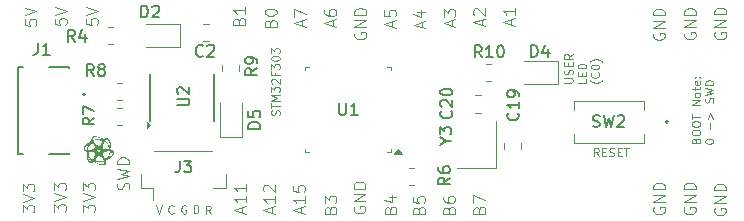
<source format=gbr>
%TF.GenerationSoftware,KiCad,Pcbnew,8.0.5*%
%TF.CreationDate,2024-12-22T00:31:45-07:00*%
%TF.ProjectId,2024_11_STM32F303_DaisyShape_v1_3,32303234-5f31-4315-9f53-544d33324633,rev?*%
%TF.SameCoordinates,Original*%
%TF.FileFunction,Legend,Top*%
%TF.FilePolarity,Positive*%
%FSLAX46Y46*%
G04 Gerber Fmt 4.6, Leading zero omitted, Abs format (unit mm)*
G04 Created by KiCad (PCBNEW 8.0.5) date 2024-12-22 00:31:45*
%MOMM*%
%LPD*%
G01*
G04 APERTURE LIST*
%ADD10C,0.100000*%
%ADD11C,0.150000*%
%ADD12C,0.000000*%
%ADD13C,0.120000*%
%ADD14C,0.127000*%
%ADD15C,0.200000*%
G04 APERTURE END LIST*
D10*
X164645038Y-61797306D02*
X164597419Y-61892544D01*
X164597419Y-61892544D02*
X164597419Y-62035401D01*
X164597419Y-62035401D02*
X164645038Y-62178258D01*
X164645038Y-62178258D02*
X164740276Y-62273496D01*
X164740276Y-62273496D02*
X164835514Y-62321115D01*
X164835514Y-62321115D02*
X165025990Y-62368734D01*
X165025990Y-62368734D02*
X165168847Y-62368734D01*
X165168847Y-62368734D02*
X165359323Y-62321115D01*
X165359323Y-62321115D02*
X165454561Y-62273496D01*
X165454561Y-62273496D02*
X165549800Y-62178258D01*
X165549800Y-62178258D02*
X165597419Y-62035401D01*
X165597419Y-62035401D02*
X165597419Y-61940163D01*
X165597419Y-61940163D02*
X165549800Y-61797306D01*
X165549800Y-61797306D02*
X165502180Y-61749687D01*
X165502180Y-61749687D02*
X165168847Y-61749687D01*
X165168847Y-61749687D02*
X165168847Y-61940163D01*
X165597419Y-61321115D02*
X164597419Y-61321115D01*
X164597419Y-61321115D02*
X165597419Y-60749687D01*
X165597419Y-60749687D02*
X164597419Y-60749687D01*
X165597419Y-60273496D02*
X164597419Y-60273496D01*
X164597419Y-60273496D02*
X164597419Y-60035401D01*
X164597419Y-60035401D02*
X164645038Y-59892544D01*
X164645038Y-59892544D02*
X164740276Y-59797306D01*
X164740276Y-59797306D02*
X164835514Y-59749687D01*
X164835514Y-59749687D02*
X165025990Y-59702068D01*
X165025990Y-59702068D02*
X165168847Y-59702068D01*
X165168847Y-59702068D02*
X165359323Y-59749687D01*
X165359323Y-59749687D02*
X165454561Y-59797306D01*
X165454561Y-59797306D02*
X165549800Y-59892544D01*
X165549800Y-59892544D02*
X165597419Y-60035401D01*
X165597419Y-60035401D02*
X165597419Y-60273496D01*
X129661704Y-62193734D02*
X129661704Y-61717544D01*
X129947419Y-62288972D02*
X128947419Y-61955639D01*
X128947419Y-61955639D02*
X129947419Y-61622306D01*
X129947419Y-60765163D02*
X129947419Y-61336591D01*
X129947419Y-61050877D02*
X128947419Y-61050877D01*
X128947419Y-61050877D02*
X129090276Y-61146115D01*
X129090276Y-61146115D02*
X129185514Y-61241353D01*
X129185514Y-61241353D02*
X129233133Y-61336591D01*
X128947419Y-59860401D02*
X128947419Y-60336591D01*
X128947419Y-60336591D02*
X129423609Y-60384210D01*
X129423609Y-60384210D02*
X129375990Y-60336591D01*
X129375990Y-60336591D02*
X129328371Y-60241353D01*
X129328371Y-60241353D02*
X129328371Y-60003258D01*
X129328371Y-60003258D02*
X129375990Y-59908020D01*
X129375990Y-59908020D02*
X129423609Y-59860401D01*
X129423609Y-59860401D02*
X129518847Y-59812782D01*
X129518847Y-59812782D02*
X129756942Y-59812782D01*
X129756942Y-59812782D02*
X129852180Y-59860401D01*
X129852180Y-59860401D02*
X129899800Y-59908020D01*
X129899800Y-59908020D02*
X129947419Y-60003258D01*
X129947419Y-60003258D02*
X129947419Y-60241353D01*
X129947419Y-60241353D02*
X129899800Y-60336591D01*
X129899800Y-60336591D02*
X129852180Y-60384210D01*
X159470038Y-46972306D02*
X159422419Y-47067544D01*
X159422419Y-47067544D02*
X159422419Y-47210401D01*
X159422419Y-47210401D02*
X159470038Y-47353258D01*
X159470038Y-47353258D02*
X159565276Y-47448496D01*
X159565276Y-47448496D02*
X159660514Y-47496115D01*
X159660514Y-47496115D02*
X159850990Y-47543734D01*
X159850990Y-47543734D02*
X159993847Y-47543734D01*
X159993847Y-47543734D02*
X160184323Y-47496115D01*
X160184323Y-47496115D02*
X160279561Y-47448496D01*
X160279561Y-47448496D02*
X160374800Y-47353258D01*
X160374800Y-47353258D02*
X160422419Y-47210401D01*
X160422419Y-47210401D02*
X160422419Y-47115163D01*
X160422419Y-47115163D02*
X160374800Y-46972306D01*
X160374800Y-46972306D02*
X160327180Y-46924687D01*
X160327180Y-46924687D02*
X159993847Y-46924687D01*
X159993847Y-46924687D02*
X159993847Y-47115163D01*
X160422419Y-46496115D02*
X159422419Y-46496115D01*
X159422419Y-46496115D02*
X160422419Y-45924687D01*
X160422419Y-45924687D02*
X159422419Y-45924687D01*
X160422419Y-45448496D02*
X159422419Y-45448496D01*
X159422419Y-45448496D02*
X159422419Y-45210401D01*
X159422419Y-45210401D02*
X159470038Y-45067544D01*
X159470038Y-45067544D02*
X159565276Y-44972306D01*
X159565276Y-44972306D02*
X159660514Y-44924687D01*
X159660514Y-44924687D02*
X159850990Y-44877068D01*
X159850990Y-44877068D02*
X159993847Y-44877068D01*
X159993847Y-44877068D02*
X160184323Y-44924687D01*
X160184323Y-44924687D02*
X160279561Y-44972306D01*
X160279561Y-44972306D02*
X160374800Y-45067544D01*
X160374800Y-45067544D02*
X160422419Y-45210401D01*
X160422419Y-45210401D02*
X160422419Y-45448496D01*
X106047419Y-62141353D02*
X106047419Y-61522306D01*
X106047419Y-61522306D02*
X106428371Y-61855639D01*
X106428371Y-61855639D02*
X106428371Y-61712782D01*
X106428371Y-61712782D02*
X106475990Y-61617544D01*
X106475990Y-61617544D02*
X106523609Y-61569925D01*
X106523609Y-61569925D02*
X106618847Y-61522306D01*
X106618847Y-61522306D02*
X106856942Y-61522306D01*
X106856942Y-61522306D02*
X106952180Y-61569925D01*
X106952180Y-61569925D02*
X106999800Y-61617544D01*
X106999800Y-61617544D02*
X107047419Y-61712782D01*
X107047419Y-61712782D02*
X107047419Y-61998496D01*
X107047419Y-61998496D02*
X106999800Y-62093734D01*
X106999800Y-62093734D02*
X106952180Y-62141353D01*
X106047419Y-61236591D02*
X107047419Y-60903258D01*
X107047419Y-60903258D02*
X106047419Y-60569925D01*
X106047419Y-60331829D02*
X106047419Y-59712782D01*
X106047419Y-59712782D02*
X106428371Y-60046115D01*
X106428371Y-60046115D02*
X106428371Y-59903258D01*
X106428371Y-59903258D02*
X106475990Y-59808020D01*
X106475990Y-59808020D02*
X106523609Y-59760401D01*
X106523609Y-59760401D02*
X106618847Y-59712782D01*
X106618847Y-59712782D02*
X106856942Y-59712782D01*
X106856942Y-59712782D02*
X106952180Y-59760401D01*
X106952180Y-59760401D02*
X106999800Y-59808020D01*
X106999800Y-59808020D02*
X107047419Y-59903258D01*
X107047419Y-59903258D02*
X107047419Y-60188972D01*
X107047419Y-60188972D02*
X106999800Y-60284210D01*
X106999800Y-60284210D02*
X106952180Y-60331829D01*
X134195038Y-46922306D02*
X134147419Y-47017544D01*
X134147419Y-47017544D02*
X134147419Y-47160401D01*
X134147419Y-47160401D02*
X134195038Y-47303258D01*
X134195038Y-47303258D02*
X134290276Y-47398496D01*
X134290276Y-47398496D02*
X134385514Y-47446115D01*
X134385514Y-47446115D02*
X134575990Y-47493734D01*
X134575990Y-47493734D02*
X134718847Y-47493734D01*
X134718847Y-47493734D02*
X134909323Y-47446115D01*
X134909323Y-47446115D02*
X135004561Y-47398496D01*
X135004561Y-47398496D02*
X135099800Y-47303258D01*
X135099800Y-47303258D02*
X135147419Y-47160401D01*
X135147419Y-47160401D02*
X135147419Y-47065163D01*
X135147419Y-47065163D02*
X135099800Y-46922306D01*
X135099800Y-46922306D02*
X135052180Y-46874687D01*
X135052180Y-46874687D02*
X134718847Y-46874687D01*
X134718847Y-46874687D02*
X134718847Y-47065163D01*
X135147419Y-46446115D02*
X134147419Y-46446115D01*
X134147419Y-46446115D02*
X135147419Y-45874687D01*
X135147419Y-45874687D02*
X134147419Y-45874687D01*
X135147419Y-45398496D02*
X134147419Y-45398496D01*
X134147419Y-45398496D02*
X134147419Y-45160401D01*
X134147419Y-45160401D02*
X134195038Y-45017544D01*
X134195038Y-45017544D02*
X134290276Y-44922306D01*
X134290276Y-44922306D02*
X134385514Y-44874687D01*
X134385514Y-44874687D02*
X134575990Y-44827068D01*
X134575990Y-44827068D02*
X134718847Y-44827068D01*
X134718847Y-44827068D02*
X134909323Y-44874687D01*
X134909323Y-44874687D02*
X135004561Y-44922306D01*
X135004561Y-44922306D02*
X135099800Y-45017544D01*
X135099800Y-45017544D02*
X135147419Y-45160401D01*
X135147419Y-45160401D02*
X135147419Y-45398496D01*
X119874122Y-61567466D02*
X119807455Y-61534133D01*
X119807455Y-61534133D02*
X119707455Y-61534133D01*
X119707455Y-61534133D02*
X119607455Y-61567466D01*
X119607455Y-61567466D02*
X119540789Y-61634133D01*
X119540789Y-61634133D02*
X119507455Y-61700800D01*
X119507455Y-61700800D02*
X119474122Y-61834133D01*
X119474122Y-61834133D02*
X119474122Y-61934133D01*
X119474122Y-61934133D02*
X119507455Y-62067466D01*
X119507455Y-62067466D02*
X119540789Y-62134133D01*
X119540789Y-62134133D02*
X119607455Y-62200800D01*
X119607455Y-62200800D02*
X119707455Y-62234133D01*
X119707455Y-62234133D02*
X119774122Y-62234133D01*
X119774122Y-62234133D02*
X119874122Y-62200800D01*
X119874122Y-62200800D02*
X119907455Y-62167466D01*
X119907455Y-62167466D02*
X119907455Y-61934133D01*
X119907455Y-61934133D02*
X119774122Y-61934133D01*
X111172419Y-62091353D02*
X111172419Y-61472306D01*
X111172419Y-61472306D02*
X111553371Y-61805639D01*
X111553371Y-61805639D02*
X111553371Y-61662782D01*
X111553371Y-61662782D02*
X111600990Y-61567544D01*
X111600990Y-61567544D02*
X111648609Y-61519925D01*
X111648609Y-61519925D02*
X111743847Y-61472306D01*
X111743847Y-61472306D02*
X111981942Y-61472306D01*
X111981942Y-61472306D02*
X112077180Y-61519925D01*
X112077180Y-61519925D02*
X112124800Y-61567544D01*
X112124800Y-61567544D02*
X112172419Y-61662782D01*
X112172419Y-61662782D02*
X112172419Y-61948496D01*
X112172419Y-61948496D02*
X112124800Y-62043734D01*
X112124800Y-62043734D02*
X112077180Y-62091353D01*
X111172419Y-61186591D02*
X112172419Y-60853258D01*
X112172419Y-60853258D02*
X111172419Y-60519925D01*
X111172419Y-60281829D02*
X111172419Y-59662782D01*
X111172419Y-59662782D02*
X111553371Y-59996115D01*
X111553371Y-59996115D02*
X111553371Y-59853258D01*
X111553371Y-59853258D02*
X111600990Y-59758020D01*
X111600990Y-59758020D02*
X111648609Y-59710401D01*
X111648609Y-59710401D02*
X111743847Y-59662782D01*
X111743847Y-59662782D02*
X111981942Y-59662782D01*
X111981942Y-59662782D02*
X112077180Y-59710401D01*
X112077180Y-59710401D02*
X112124800Y-59758020D01*
X112124800Y-59758020D02*
X112172419Y-59853258D01*
X112172419Y-59853258D02*
X112172419Y-60138972D01*
X112172419Y-60138972D02*
X112124800Y-60234210D01*
X112124800Y-60234210D02*
X112077180Y-60281829D01*
X163040505Y-56059211D02*
X163073839Y-55959211D01*
X163073839Y-55959211D02*
X163107172Y-55925877D01*
X163107172Y-55925877D02*
X163173839Y-55892544D01*
X163173839Y-55892544D02*
X163273839Y-55892544D01*
X163273839Y-55892544D02*
X163340505Y-55925877D01*
X163340505Y-55925877D02*
X163373839Y-55959211D01*
X163373839Y-55959211D02*
X163407172Y-56025877D01*
X163407172Y-56025877D02*
X163407172Y-56292544D01*
X163407172Y-56292544D02*
X162707172Y-56292544D01*
X162707172Y-56292544D02*
X162707172Y-56059211D01*
X162707172Y-56059211D02*
X162740505Y-55992544D01*
X162740505Y-55992544D02*
X162773839Y-55959211D01*
X162773839Y-55959211D02*
X162840505Y-55925877D01*
X162840505Y-55925877D02*
X162907172Y-55925877D01*
X162907172Y-55925877D02*
X162973839Y-55959211D01*
X162973839Y-55959211D02*
X163007172Y-55992544D01*
X163007172Y-55992544D02*
X163040505Y-56059211D01*
X163040505Y-56059211D02*
X163040505Y-56292544D01*
X162707172Y-55459211D02*
X162707172Y-55325877D01*
X162707172Y-55325877D02*
X162740505Y-55259211D01*
X162740505Y-55259211D02*
X162807172Y-55192544D01*
X162807172Y-55192544D02*
X162940505Y-55159211D01*
X162940505Y-55159211D02*
X163173839Y-55159211D01*
X163173839Y-55159211D02*
X163307172Y-55192544D01*
X163307172Y-55192544D02*
X163373839Y-55259211D01*
X163373839Y-55259211D02*
X163407172Y-55325877D01*
X163407172Y-55325877D02*
X163407172Y-55459211D01*
X163407172Y-55459211D02*
X163373839Y-55525877D01*
X163373839Y-55525877D02*
X163307172Y-55592544D01*
X163307172Y-55592544D02*
X163173839Y-55625877D01*
X163173839Y-55625877D02*
X162940505Y-55625877D01*
X162940505Y-55625877D02*
X162807172Y-55592544D01*
X162807172Y-55592544D02*
X162740505Y-55525877D01*
X162740505Y-55525877D02*
X162707172Y-55459211D01*
X162707172Y-54725878D02*
X162707172Y-54592544D01*
X162707172Y-54592544D02*
X162740505Y-54525878D01*
X162740505Y-54525878D02*
X162807172Y-54459211D01*
X162807172Y-54459211D02*
X162940505Y-54425878D01*
X162940505Y-54425878D02*
X163173839Y-54425878D01*
X163173839Y-54425878D02*
X163307172Y-54459211D01*
X163307172Y-54459211D02*
X163373839Y-54525878D01*
X163373839Y-54525878D02*
X163407172Y-54592544D01*
X163407172Y-54592544D02*
X163407172Y-54725878D01*
X163407172Y-54725878D02*
X163373839Y-54792544D01*
X163373839Y-54792544D02*
X163307172Y-54859211D01*
X163307172Y-54859211D02*
X163173839Y-54892544D01*
X163173839Y-54892544D02*
X162940505Y-54892544D01*
X162940505Y-54892544D02*
X162807172Y-54859211D01*
X162807172Y-54859211D02*
X162740505Y-54792544D01*
X162740505Y-54792544D02*
X162707172Y-54725878D01*
X162707172Y-54225878D02*
X162707172Y-53825878D01*
X163407172Y-54025878D02*
X162707172Y-54025878D01*
X163407172Y-53059212D02*
X162707172Y-53059212D01*
X162707172Y-53059212D02*
X163407172Y-52659212D01*
X163407172Y-52659212D02*
X162707172Y-52659212D01*
X163407172Y-52225879D02*
X163373839Y-52292546D01*
X163373839Y-52292546D02*
X163340505Y-52325879D01*
X163340505Y-52325879D02*
X163273839Y-52359212D01*
X163273839Y-52359212D02*
X163073839Y-52359212D01*
X163073839Y-52359212D02*
X163007172Y-52325879D01*
X163007172Y-52325879D02*
X162973839Y-52292546D01*
X162973839Y-52292546D02*
X162940505Y-52225879D01*
X162940505Y-52225879D02*
X162940505Y-52125879D01*
X162940505Y-52125879D02*
X162973839Y-52059212D01*
X162973839Y-52059212D02*
X163007172Y-52025879D01*
X163007172Y-52025879D02*
X163073839Y-51992546D01*
X163073839Y-51992546D02*
X163273839Y-51992546D01*
X163273839Y-51992546D02*
X163340505Y-52025879D01*
X163340505Y-52025879D02*
X163373839Y-52059212D01*
X163373839Y-52059212D02*
X163407172Y-52125879D01*
X163407172Y-52125879D02*
X163407172Y-52225879D01*
X162940505Y-51792546D02*
X162940505Y-51525879D01*
X162707172Y-51692546D02*
X163307172Y-51692546D01*
X163307172Y-51692546D02*
X163373839Y-51659213D01*
X163373839Y-51659213D02*
X163407172Y-51592546D01*
X163407172Y-51592546D02*
X163407172Y-51525879D01*
X163373839Y-51025879D02*
X163407172Y-51092546D01*
X163407172Y-51092546D02*
X163407172Y-51225879D01*
X163407172Y-51225879D02*
X163373839Y-51292546D01*
X163373839Y-51292546D02*
X163307172Y-51325879D01*
X163307172Y-51325879D02*
X163040505Y-51325879D01*
X163040505Y-51325879D02*
X162973839Y-51292546D01*
X162973839Y-51292546D02*
X162940505Y-51225879D01*
X162940505Y-51225879D02*
X162940505Y-51092546D01*
X162940505Y-51092546D02*
X162973839Y-51025879D01*
X162973839Y-51025879D02*
X163040505Y-50992546D01*
X163040505Y-50992546D02*
X163107172Y-50992546D01*
X163107172Y-50992546D02*
X163173839Y-51325879D01*
X163340505Y-50692546D02*
X163373839Y-50659213D01*
X163373839Y-50659213D02*
X163407172Y-50692546D01*
X163407172Y-50692546D02*
X163373839Y-50725879D01*
X163373839Y-50725879D02*
X163340505Y-50692546D01*
X163340505Y-50692546D02*
X163407172Y-50692546D01*
X162973839Y-50692546D02*
X163007172Y-50659213D01*
X163007172Y-50659213D02*
X163040505Y-50692546D01*
X163040505Y-50692546D02*
X163007172Y-50725879D01*
X163007172Y-50725879D02*
X162973839Y-50692546D01*
X162973839Y-50692546D02*
X163040505Y-50692546D01*
X163834133Y-56159211D02*
X163834133Y-56092544D01*
X163834133Y-56092544D02*
X163867466Y-56025877D01*
X163867466Y-56025877D02*
X163900800Y-55992544D01*
X163900800Y-55992544D02*
X163967466Y-55959211D01*
X163967466Y-55959211D02*
X164100800Y-55925877D01*
X164100800Y-55925877D02*
X164267466Y-55925877D01*
X164267466Y-55925877D02*
X164400800Y-55959211D01*
X164400800Y-55959211D02*
X164467466Y-55992544D01*
X164467466Y-55992544D02*
X164500800Y-56025877D01*
X164500800Y-56025877D02*
X164534133Y-56092544D01*
X164534133Y-56092544D02*
X164534133Y-56159211D01*
X164534133Y-56159211D02*
X164500800Y-56225877D01*
X164500800Y-56225877D02*
X164467466Y-56259211D01*
X164467466Y-56259211D02*
X164400800Y-56292544D01*
X164400800Y-56292544D02*
X164267466Y-56325877D01*
X164267466Y-56325877D02*
X164100800Y-56325877D01*
X164100800Y-56325877D02*
X163967466Y-56292544D01*
X163967466Y-56292544D02*
X163900800Y-56259211D01*
X163900800Y-56259211D02*
X163867466Y-56225877D01*
X163867466Y-56225877D02*
X163834133Y-56159211D01*
X164267466Y-55092544D02*
X164267466Y-54559211D01*
X164067466Y-54225877D02*
X164267466Y-53692544D01*
X164267466Y-53692544D02*
X164467466Y-54225877D01*
X164500800Y-52859210D02*
X164534133Y-52759210D01*
X164534133Y-52759210D02*
X164534133Y-52592544D01*
X164534133Y-52592544D02*
X164500800Y-52525877D01*
X164500800Y-52525877D02*
X164467466Y-52492544D01*
X164467466Y-52492544D02*
X164400800Y-52459210D01*
X164400800Y-52459210D02*
X164334133Y-52459210D01*
X164334133Y-52459210D02*
X164267466Y-52492544D01*
X164267466Y-52492544D02*
X164234133Y-52525877D01*
X164234133Y-52525877D02*
X164200800Y-52592544D01*
X164200800Y-52592544D02*
X164167466Y-52725877D01*
X164167466Y-52725877D02*
X164134133Y-52792544D01*
X164134133Y-52792544D02*
X164100800Y-52825877D01*
X164100800Y-52825877D02*
X164034133Y-52859210D01*
X164034133Y-52859210D02*
X163967466Y-52859210D01*
X163967466Y-52859210D02*
X163900800Y-52825877D01*
X163900800Y-52825877D02*
X163867466Y-52792544D01*
X163867466Y-52792544D02*
X163834133Y-52725877D01*
X163834133Y-52725877D02*
X163834133Y-52559210D01*
X163834133Y-52559210D02*
X163867466Y-52459210D01*
X163834133Y-52225877D02*
X164534133Y-52059210D01*
X164534133Y-52059210D02*
X164034133Y-51925877D01*
X164034133Y-51925877D02*
X164534133Y-51792543D01*
X164534133Y-51792543D02*
X163834133Y-51625877D01*
X164534133Y-51359210D02*
X163834133Y-51359210D01*
X163834133Y-51359210D02*
X163834133Y-51192543D01*
X163834133Y-51192543D02*
X163867466Y-51092543D01*
X163867466Y-51092543D02*
X163934133Y-51025877D01*
X163934133Y-51025877D02*
X164000800Y-50992543D01*
X164000800Y-50992543D02*
X164134133Y-50959210D01*
X164134133Y-50959210D02*
X164234133Y-50959210D01*
X164234133Y-50959210D02*
X164367466Y-50992543D01*
X164367466Y-50992543D02*
X164434133Y-51025877D01*
X164434133Y-51025877D02*
X164500800Y-51092543D01*
X164500800Y-51092543D02*
X164534133Y-51192543D01*
X164534133Y-51192543D02*
X164534133Y-51359210D01*
X162095038Y-46922306D02*
X162047419Y-47017544D01*
X162047419Y-47017544D02*
X162047419Y-47160401D01*
X162047419Y-47160401D02*
X162095038Y-47303258D01*
X162095038Y-47303258D02*
X162190276Y-47398496D01*
X162190276Y-47398496D02*
X162285514Y-47446115D01*
X162285514Y-47446115D02*
X162475990Y-47493734D01*
X162475990Y-47493734D02*
X162618847Y-47493734D01*
X162618847Y-47493734D02*
X162809323Y-47446115D01*
X162809323Y-47446115D02*
X162904561Y-47398496D01*
X162904561Y-47398496D02*
X162999800Y-47303258D01*
X162999800Y-47303258D02*
X163047419Y-47160401D01*
X163047419Y-47160401D02*
X163047419Y-47065163D01*
X163047419Y-47065163D02*
X162999800Y-46922306D01*
X162999800Y-46922306D02*
X162952180Y-46874687D01*
X162952180Y-46874687D02*
X162618847Y-46874687D01*
X162618847Y-46874687D02*
X162618847Y-47065163D01*
X163047419Y-46446115D02*
X162047419Y-46446115D01*
X162047419Y-46446115D02*
X163047419Y-45874687D01*
X163047419Y-45874687D02*
X162047419Y-45874687D01*
X163047419Y-45398496D02*
X162047419Y-45398496D01*
X162047419Y-45398496D02*
X162047419Y-45160401D01*
X162047419Y-45160401D02*
X162095038Y-45017544D01*
X162095038Y-45017544D02*
X162190276Y-44922306D01*
X162190276Y-44922306D02*
X162285514Y-44874687D01*
X162285514Y-44874687D02*
X162475990Y-44827068D01*
X162475990Y-44827068D02*
X162618847Y-44827068D01*
X162618847Y-44827068D02*
X162809323Y-44874687D01*
X162809323Y-44874687D02*
X162904561Y-44922306D01*
X162904561Y-44922306D02*
X162999800Y-45017544D01*
X162999800Y-45017544D02*
X163047419Y-45160401D01*
X163047419Y-45160401D02*
X163047419Y-45398496D01*
X124636704Y-62143734D02*
X124636704Y-61667544D01*
X124922419Y-62238972D02*
X123922419Y-61905639D01*
X123922419Y-61905639D02*
X124922419Y-61572306D01*
X124922419Y-60715163D02*
X124922419Y-61286591D01*
X124922419Y-61000877D02*
X123922419Y-61000877D01*
X123922419Y-61000877D02*
X124065276Y-61096115D01*
X124065276Y-61096115D02*
X124160514Y-61191353D01*
X124160514Y-61191353D02*
X124208133Y-61286591D01*
X124922419Y-59762782D02*
X124922419Y-60334210D01*
X124922419Y-60048496D02*
X123922419Y-60048496D01*
X123922419Y-60048496D02*
X124065276Y-60143734D01*
X124065276Y-60143734D02*
X124160514Y-60238972D01*
X124160514Y-60238972D02*
X124208133Y-60334210D01*
X164670038Y-46897306D02*
X164622419Y-46992544D01*
X164622419Y-46992544D02*
X164622419Y-47135401D01*
X164622419Y-47135401D02*
X164670038Y-47278258D01*
X164670038Y-47278258D02*
X164765276Y-47373496D01*
X164765276Y-47373496D02*
X164860514Y-47421115D01*
X164860514Y-47421115D02*
X165050990Y-47468734D01*
X165050990Y-47468734D02*
X165193847Y-47468734D01*
X165193847Y-47468734D02*
X165384323Y-47421115D01*
X165384323Y-47421115D02*
X165479561Y-47373496D01*
X165479561Y-47373496D02*
X165574800Y-47278258D01*
X165574800Y-47278258D02*
X165622419Y-47135401D01*
X165622419Y-47135401D02*
X165622419Y-47040163D01*
X165622419Y-47040163D02*
X165574800Y-46897306D01*
X165574800Y-46897306D02*
X165527180Y-46849687D01*
X165527180Y-46849687D02*
X165193847Y-46849687D01*
X165193847Y-46849687D02*
X165193847Y-47040163D01*
X165622419Y-46421115D02*
X164622419Y-46421115D01*
X164622419Y-46421115D02*
X165622419Y-45849687D01*
X165622419Y-45849687D02*
X164622419Y-45849687D01*
X165622419Y-45373496D02*
X164622419Y-45373496D01*
X164622419Y-45373496D02*
X164622419Y-45135401D01*
X164622419Y-45135401D02*
X164670038Y-44992544D01*
X164670038Y-44992544D02*
X164765276Y-44897306D01*
X164765276Y-44897306D02*
X164860514Y-44849687D01*
X164860514Y-44849687D02*
X165050990Y-44802068D01*
X165050990Y-44802068D02*
X165193847Y-44802068D01*
X165193847Y-44802068D02*
X165384323Y-44849687D01*
X165384323Y-44849687D02*
X165479561Y-44897306D01*
X165479561Y-44897306D02*
X165574800Y-44992544D01*
X165574800Y-44992544D02*
X165622419Y-45135401D01*
X165622419Y-45135401D02*
X165622419Y-45373496D01*
X117382455Y-61534133D02*
X117615789Y-62234133D01*
X117615789Y-62234133D02*
X117849122Y-61534133D01*
X127775800Y-53900877D02*
X127809133Y-53800877D01*
X127809133Y-53800877D02*
X127809133Y-53634211D01*
X127809133Y-53634211D02*
X127775800Y-53567544D01*
X127775800Y-53567544D02*
X127742466Y-53534211D01*
X127742466Y-53534211D02*
X127675800Y-53500877D01*
X127675800Y-53500877D02*
X127609133Y-53500877D01*
X127609133Y-53500877D02*
X127542466Y-53534211D01*
X127542466Y-53534211D02*
X127509133Y-53567544D01*
X127509133Y-53567544D02*
X127475800Y-53634211D01*
X127475800Y-53634211D02*
X127442466Y-53767544D01*
X127442466Y-53767544D02*
X127409133Y-53834211D01*
X127409133Y-53834211D02*
X127375800Y-53867544D01*
X127375800Y-53867544D02*
X127309133Y-53900877D01*
X127309133Y-53900877D02*
X127242466Y-53900877D01*
X127242466Y-53900877D02*
X127175800Y-53867544D01*
X127175800Y-53867544D02*
X127142466Y-53834211D01*
X127142466Y-53834211D02*
X127109133Y-53767544D01*
X127109133Y-53767544D02*
X127109133Y-53600877D01*
X127109133Y-53600877D02*
X127142466Y-53500877D01*
X127109133Y-53300877D02*
X127109133Y-52900877D01*
X127809133Y-53100877D02*
X127109133Y-53100877D01*
X127809133Y-52667544D02*
X127109133Y-52667544D01*
X127109133Y-52667544D02*
X127609133Y-52434211D01*
X127609133Y-52434211D02*
X127109133Y-52200877D01*
X127109133Y-52200877D02*
X127809133Y-52200877D01*
X127109133Y-51934211D02*
X127109133Y-51500877D01*
X127109133Y-51500877D02*
X127375800Y-51734211D01*
X127375800Y-51734211D02*
X127375800Y-51634211D01*
X127375800Y-51634211D02*
X127409133Y-51567544D01*
X127409133Y-51567544D02*
X127442466Y-51534211D01*
X127442466Y-51534211D02*
X127509133Y-51500877D01*
X127509133Y-51500877D02*
X127675800Y-51500877D01*
X127675800Y-51500877D02*
X127742466Y-51534211D01*
X127742466Y-51534211D02*
X127775800Y-51567544D01*
X127775800Y-51567544D02*
X127809133Y-51634211D01*
X127809133Y-51634211D02*
X127809133Y-51834211D01*
X127809133Y-51834211D02*
X127775800Y-51900877D01*
X127775800Y-51900877D02*
X127742466Y-51934211D01*
X127175800Y-51234210D02*
X127142466Y-51200877D01*
X127142466Y-51200877D02*
X127109133Y-51134210D01*
X127109133Y-51134210D02*
X127109133Y-50967544D01*
X127109133Y-50967544D02*
X127142466Y-50900877D01*
X127142466Y-50900877D02*
X127175800Y-50867544D01*
X127175800Y-50867544D02*
X127242466Y-50834210D01*
X127242466Y-50834210D02*
X127309133Y-50834210D01*
X127309133Y-50834210D02*
X127409133Y-50867544D01*
X127409133Y-50867544D02*
X127809133Y-51267544D01*
X127809133Y-51267544D02*
X127809133Y-50834210D01*
X127442466Y-50300877D02*
X127442466Y-50534210D01*
X127809133Y-50534210D02*
X127109133Y-50534210D01*
X127109133Y-50534210D02*
X127109133Y-50200877D01*
X127109133Y-50000877D02*
X127109133Y-49567543D01*
X127109133Y-49567543D02*
X127375800Y-49800877D01*
X127375800Y-49800877D02*
X127375800Y-49700877D01*
X127375800Y-49700877D02*
X127409133Y-49634210D01*
X127409133Y-49634210D02*
X127442466Y-49600877D01*
X127442466Y-49600877D02*
X127509133Y-49567543D01*
X127509133Y-49567543D02*
X127675800Y-49567543D01*
X127675800Y-49567543D02*
X127742466Y-49600877D01*
X127742466Y-49600877D02*
X127775800Y-49634210D01*
X127775800Y-49634210D02*
X127809133Y-49700877D01*
X127809133Y-49700877D02*
X127809133Y-49900877D01*
X127809133Y-49900877D02*
X127775800Y-49967543D01*
X127775800Y-49967543D02*
X127742466Y-50000877D01*
X127109133Y-49134210D02*
X127109133Y-49067543D01*
X127109133Y-49067543D02*
X127142466Y-49000876D01*
X127142466Y-49000876D02*
X127175800Y-48967543D01*
X127175800Y-48967543D02*
X127242466Y-48934210D01*
X127242466Y-48934210D02*
X127375800Y-48900876D01*
X127375800Y-48900876D02*
X127542466Y-48900876D01*
X127542466Y-48900876D02*
X127675800Y-48934210D01*
X127675800Y-48934210D02*
X127742466Y-48967543D01*
X127742466Y-48967543D02*
X127775800Y-49000876D01*
X127775800Y-49000876D02*
X127809133Y-49067543D01*
X127809133Y-49067543D02*
X127809133Y-49134210D01*
X127809133Y-49134210D02*
X127775800Y-49200876D01*
X127775800Y-49200876D02*
X127742466Y-49234210D01*
X127742466Y-49234210D02*
X127675800Y-49267543D01*
X127675800Y-49267543D02*
X127542466Y-49300876D01*
X127542466Y-49300876D02*
X127375800Y-49300876D01*
X127375800Y-49300876D02*
X127242466Y-49267543D01*
X127242466Y-49267543D02*
X127175800Y-49234210D01*
X127175800Y-49234210D02*
X127142466Y-49200876D01*
X127142466Y-49200876D02*
X127109133Y-49134210D01*
X127109133Y-48667543D02*
X127109133Y-48234209D01*
X127109133Y-48234209D02*
X127375800Y-48467543D01*
X127375800Y-48467543D02*
X127375800Y-48367543D01*
X127375800Y-48367543D02*
X127409133Y-48300876D01*
X127409133Y-48300876D02*
X127442466Y-48267543D01*
X127442466Y-48267543D02*
X127509133Y-48234209D01*
X127509133Y-48234209D02*
X127675800Y-48234209D01*
X127675800Y-48234209D02*
X127742466Y-48267543D01*
X127742466Y-48267543D02*
X127775800Y-48300876D01*
X127775800Y-48300876D02*
X127809133Y-48367543D01*
X127809133Y-48367543D02*
X127809133Y-48567543D01*
X127809133Y-48567543D02*
X127775800Y-48634209D01*
X127775800Y-48634209D02*
X127742466Y-48667543D01*
X142123609Y-61937782D02*
X142171228Y-61794925D01*
X142171228Y-61794925D02*
X142218847Y-61747306D01*
X142218847Y-61747306D02*
X142314085Y-61699687D01*
X142314085Y-61699687D02*
X142456942Y-61699687D01*
X142456942Y-61699687D02*
X142552180Y-61747306D01*
X142552180Y-61747306D02*
X142599800Y-61794925D01*
X142599800Y-61794925D02*
X142647419Y-61890163D01*
X142647419Y-61890163D02*
X142647419Y-62271115D01*
X142647419Y-62271115D02*
X141647419Y-62271115D01*
X141647419Y-62271115D02*
X141647419Y-61937782D01*
X141647419Y-61937782D02*
X141695038Y-61842544D01*
X141695038Y-61842544D02*
X141742657Y-61794925D01*
X141742657Y-61794925D02*
X141837895Y-61747306D01*
X141837895Y-61747306D02*
X141933133Y-61747306D01*
X141933133Y-61747306D02*
X142028371Y-61794925D01*
X142028371Y-61794925D02*
X142075990Y-61842544D01*
X142075990Y-61842544D02*
X142123609Y-61937782D01*
X142123609Y-61937782D02*
X142123609Y-62271115D01*
X141647419Y-60842544D02*
X141647419Y-61033020D01*
X141647419Y-61033020D02*
X141695038Y-61128258D01*
X141695038Y-61128258D02*
X141742657Y-61175877D01*
X141742657Y-61175877D02*
X141885514Y-61271115D01*
X141885514Y-61271115D02*
X142075990Y-61318734D01*
X142075990Y-61318734D02*
X142456942Y-61318734D01*
X142456942Y-61318734D02*
X142552180Y-61271115D01*
X142552180Y-61271115D02*
X142599800Y-61223496D01*
X142599800Y-61223496D02*
X142647419Y-61128258D01*
X142647419Y-61128258D02*
X142647419Y-60937782D01*
X142647419Y-60937782D02*
X142599800Y-60842544D01*
X142599800Y-60842544D02*
X142552180Y-60794925D01*
X142552180Y-60794925D02*
X142456942Y-60747306D01*
X142456942Y-60747306D02*
X142218847Y-60747306D01*
X142218847Y-60747306D02*
X142123609Y-60794925D01*
X142123609Y-60794925D02*
X142075990Y-60842544D01*
X142075990Y-60842544D02*
X142028371Y-60937782D01*
X142028371Y-60937782D02*
X142028371Y-61128258D01*
X142028371Y-61128258D02*
X142075990Y-61223496D01*
X142075990Y-61223496D02*
X142123609Y-61271115D01*
X142123609Y-61271115D02*
X142218847Y-61318734D01*
X129736704Y-46368734D02*
X129736704Y-45892544D01*
X130022419Y-46463972D02*
X129022419Y-46130639D01*
X129022419Y-46130639D02*
X130022419Y-45797306D01*
X129022419Y-45559210D02*
X129022419Y-44892544D01*
X129022419Y-44892544D02*
X130022419Y-45321115D01*
X121957455Y-62259133D02*
X121724122Y-61925800D01*
X121557455Y-62259133D02*
X121557455Y-61559133D01*
X121557455Y-61559133D02*
X121824122Y-61559133D01*
X121824122Y-61559133D02*
X121890789Y-61592466D01*
X121890789Y-61592466D02*
X121924122Y-61625800D01*
X121924122Y-61625800D02*
X121957455Y-61692466D01*
X121957455Y-61692466D02*
X121957455Y-61792466D01*
X121957455Y-61792466D02*
X121924122Y-61859133D01*
X121924122Y-61859133D02*
X121890789Y-61892466D01*
X121890789Y-61892466D02*
X121824122Y-61925800D01*
X121824122Y-61925800D02*
X121557455Y-61925800D01*
X144911704Y-46293734D02*
X144911704Y-45817544D01*
X145197419Y-46388972D02*
X144197419Y-46055639D01*
X144197419Y-46055639D02*
X145197419Y-45722306D01*
X144292657Y-45436591D02*
X144245038Y-45388972D01*
X144245038Y-45388972D02*
X144197419Y-45293734D01*
X144197419Y-45293734D02*
X144197419Y-45055639D01*
X144197419Y-45055639D02*
X144245038Y-44960401D01*
X144245038Y-44960401D02*
X144292657Y-44912782D01*
X144292657Y-44912782D02*
X144387895Y-44865163D01*
X144387895Y-44865163D02*
X144483133Y-44865163D01*
X144483133Y-44865163D02*
X144625990Y-44912782D01*
X144625990Y-44912782D02*
X145197419Y-45484210D01*
X145197419Y-45484210D02*
X145197419Y-44865163D01*
X134120038Y-61647306D02*
X134072419Y-61742544D01*
X134072419Y-61742544D02*
X134072419Y-61885401D01*
X134072419Y-61885401D02*
X134120038Y-62028258D01*
X134120038Y-62028258D02*
X134215276Y-62123496D01*
X134215276Y-62123496D02*
X134310514Y-62171115D01*
X134310514Y-62171115D02*
X134500990Y-62218734D01*
X134500990Y-62218734D02*
X134643847Y-62218734D01*
X134643847Y-62218734D02*
X134834323Y-62171115D01*
X134834323Y-62171115D02*
X134929561Y-62123496D01*
X134929561Y-62123496D02*
X135024800Y-62028258D01*
X135024800Y-62028258D02*
X135072419Y-61885401D01*
X135072419Y-61885401D02*
X135072419Y-61790163D01*
X135072419Y-61790163D02*
X135024800Y-61647306D01*
X135024800Y-61647306D02*
X134977180Y-61599687D01*
X134977180Y-61599687D02*
X134643847Y-61599687D01*
X134643847Y-61599687D02*
X134643847Y-61790163D01*
X135072419Y-61171115D02*
X134072419Y-61171115D01*
X134072419Y-61171115D02*
X135072419Y-60599687D01*
X135072419Y-60599687D02*
X134072419Y-60599687D01*
X135072419Y-60123496D02*
X134072419Y-60123496D01*
X134072419Y-60123496D02*
X134072419Y-59885401D01*
X134072419Y-59885401D02*
X134120038Y-59742544D01*
X134120038Y-59742544D02*
X134215276Y-59647306D01*
X134215276Y-59647306D02*
X134310514Y-59599687D01*
X134310514Y-59599687D02*
X134500990Y-59552068D01*
X134500990Y-59552068D02*
X134643847Y-59552068D01*
X134643847Y-59552068D02*
X134834323Y-59599687D01*
X134834323Y-59599687D02*
X134929561Y-59647306D01*
X134929561Y-59647306D02*
X135024800Y-59742544D01*
X135024800Y-59742544D02*
X135072419Y-59885401D01*
X135072419Y-59885401D02*
X135072419Y-60123496D01*
X147436704Y-46243734D02*
X147436704Y-45767544D01*
X147722419Y-46338972D02*
X146722419Y-46005639D01*
X146722419Y-46005639D02*
X147722419Y-45672306D01*
X147722419Y-44815163D02*
X147722419Y-45386591D01*
X147722419Y-45100877D02*
X146722419Y-45100877D01*
X146722419Y-45100877D02*
X146865276Y-45196115D01*
X146865276Y-45196115D02*
X146960514Y-45291353D01*
X146960514Y-45291353D02*
X147008133Y-45386591D01*
X162070038Y-61722306D02*
X162022419Y-61817544D01*
X162022419Y-61817544D02*
X162022419Y-61960401D01*
X162022419Y-61960401D02*
X162070038Y-62103258D01*
X162070038Y-62103258D02*
X162165276Y-62198496D01*
X162165276Y-62198496D02*
X162260514Y-62246115D01*
X162260514Y-62246115D02*
X162450990Y-62293734D01*
X162450990Y-62293734D02*
X162593847Y-62293734D01*
X162593847Y-62293734D02*
X162784323Y-62246115D01*
X162784323Y-62246115D02*
X162879561Y-62198496D01*
X162879561Y-62198496D02*
X162974800Y-62103258D01*
X162974800Y-62103258D02*
X163022419Y-61960401D01*
X163022419Y-61960401D02*
X163022419Y-61865163D01*
X163022419Y-61865163D02*
X162974800Y-61722306D01*
X162974800Y-61722306D02*
X162927180Y-61674687D01*
X162927180Y-61674687D02*
X162593847Y-61674687D01*
X162593847Y-61674687D02*
X162593847Y-61865163D01*
X163022419Y-61246115D02*
X162022419Y-61246115D01*
X162022419Y-61246115D02*
X163022419Y-60674687D01*
X163022419Y-60674687D02*
X162022419Y-60674687D01*
X163022419Y-60198496D02*
X162022419Y-60198496D01*
X162022419Y-60198496D02*
X162022419Y-59960401D01*
X162022419Y-59960401D02*
X162070038Y-59817544D01*
X162070038Y-59817544D02*
X162165276Y-59722306D01*
X162165276Y-59722306D02*
X162260514Y-59674687D01*
X162260514Y-59674687D02*
X162450990Y-59627068D01*
X162450990Y-59627068D02*
X162593847Y-59627068D01*
X162593847Y-59627068D02*
X162784323Y-59674687D01*
X162784323Y-59674687D02*
X162879561Y-59722306D01*
X162879561Y-59722306D02*
X162974800Y-59817544D01*
X162974800Y-59817544D02*
X163022419Y-59960401D01*
X163022419Y-59960401D02*
X163022419Y-60198496D01*
X108697419Y-62066353D02*
X108697419Y-61447306D01*
X108697419Y-61447306D02*
X109078371Y-61780639D01*
X109078371Y-61780639D02*
X109078371Y-61637782D01*
X109078371Y-61637782D02*
X109125990Y-61542544D01*
X109125990Y-61542544D02*
X109173609Y-61494925D01*
X109173609Y-61494925D02*
X109268847Y-61447306D01*
X109268847Y-61447306D02*
X109506942Y-61447306D01*
X109506942Y-61447306D02*
X109602180Y-61494925D01*
X109602180Y-61494925D02*
X109649800Y-61542544D01*
X109649800Y-61542544D02*
X109697419Y-61637782D01*
X109697419Y-61637782D02*
X109697419Y-61923496D01*
X109697419Y-61923496D02*
X109649800Y-62018734D01*
X109649800Y-62018734D02*
X109602180Y-62066353D01*
X108697419Y-61161591D02*
X109697419Y-60828258D01*
X109697419Y-60828258D02*
X108697419Y-60494925D01*
X108697419Y-60256829D02*
X108697419Y-59637782D01*
X108697419Y-59637782D02*
X109078371Y-59971115D01*
X109078371Y-59971115D02*
X109078371Y-59828258D01*
X109078371Y-59828258D02*
X109125990Y-59733020D01*
X109125990Y-59733020D02*
X109173609Y-59685401D01*
X109173609Y-59685401D02*
X109268847Y-59637782D01*
X109268847Y-59637782D02*
X109506942Y-59637782D01*
X109506942Y-59637782D02*
X109602180Y-59685401D01*
X109602180Y-59685401D02*
X109649800Y-59733020D01*
X109649800Y-59733020D02*
X109697419Y-59828258D01*
X109697419Y-59828258D02*
X109697419Y-60113972D01*
X109697419Y-60113972D02*
X109649800Y-60209210D01*
X109649800Y-60209210D02*
X109602180Y-60256829D01*
X137173609Y-61912782D02*
X137221228Y-61769925D01*
X137221228Y-61769925D02*
X137268847Y-61722306D01*
X137268847Y-61722306D02*
X137364085Y-61674687D01*
X137364085Y-61674687D02*
X137506942Y-61674687D01*
X137506942Y-61674687D02*
X137602180Y-61722306D01*
X137602180Y-61722306D02*
X137649800Y-61769925D01*
X137649800Y-61769925D02*
X137697419Y-61865163D01*
X137697419Y-61865163D02*
X137697419Y-62246115D01*
X137697419Y-62246115D02*
X136697419Y-62246115D01*
X136697419Y-62246115D02*
X136697419Y-61912782D01*
X136697419Y-61912782D02*
X136745038Y-61817544D01*
X136745038Y-61817544D02*
X136792657Y-61769925D01*
X136792657Y-61769925D02*
X136887895Y-61722306D01*
X136887895Y-61722306D02*
X136983133Y-61722306D01*
X136983133Y-61722306D02*
X137078371Y-61769925D01*
X137078371Y-61769925D02*
X137125990Y-61817544D01*
X137125990Y-61817544D02*
X137173609Y-61912782D01*
X137173609Y-61912782D02*
X137173609Y-62246115D01*
X137030752Y-60817544D02*
X137697419Y-60817544D01*
X136649800Y-61055639D02*
X137364085Y-61293734D01*
X137364085Y-61293734D02*
X137364085Y-60674687D01*
X144698609Y-61912782D02*
X144746228Y-61769925D01*
X144746228Y-61769925D02*
X144793847Y-61722306D01*
X144793847Y-61722306D02*
X144889085Y-61674687D01*
X144889085Y-61674687D02*
X145031942Y-61674687D01*
X145031942Y-61674687D02*
X145127180Y-61722306D01*
X145127180Y-61722306D02*
X145174800Y-61769925D01*
X145174800Y-61769925D02*
X145222419Y-61865163D01*
X145222419Y-61865163D02*
X145222419Y-62246115D01*
X145222419Y-62246115D02*
X144222419Y-62246115D01*
X144222419Y-62246115D02*
X144222419Y-61912782D01*
X144222419Y-61912782D02*
X144270038Y-61817544D01*
X144270038Y-61817544D02*
X144317657Y-61769925D01*
X144317657Y-61769925D02*
X144412895Y-61722306D01*
X144412895Y-61722306D02*
X144508133Y-61722306D01*
X144508133Y-61722306D02*
X144603371Y-61769925D01*
X144603371Y-61769925D02*
X144650990Y-61817544D01*
X144650990Y-61817544D02*
X144698609Y-61912782D01*
X144698609Y-61912782D02*
X144698609Y-62246115D01*
X144222419Y-61341353D02*
X144222419Y-60674687D01*
X144222419Y-60674687D02*
X145222419Y-61103258D01*
X132098609Y-61912782D02*
X132146228Y-61769925D01*
X132146228Y-61769925D02*
X132193847Y-61722306D01*
X132193847Y-61722306D02*
X132289085Y-61674687D01*
X132289085Y-61674687D02*
X132431942Y-61674687D01*
X132431942Y-61674687D02*
X132527180Y-61722306D01*
X132527180Y-61722306D02*
X132574800Y-61769925D01*
X132574800Y-61769925D02*
X132622419Y-61865163D01*
X132622419Y-61865163D02*
X132622419Y-62246115D01*
X132622419Y-62246115D02*
X131622419Y-62246115D01*
X131622419Y-62246115D02*
X131622419Y-61912782D01*
X131622419Y-61912782D02*
X131670038Y-61817544D01*
X131670038Y-61817544D02*
X131717657Y-61769925D01*
X131717657Y-61769925D02*
X131812895Y-61722306D01*
X131812895Y-61722306D02*
X131908133Y-61722306D01*
X131908133Y-61722306D02*
X132003371Y-61769925D01*
X132003371Y-61769925D02*
X132050990Y-61817544D01*
X132050990Y-61817544D02*
X132098609Y-61912782D01*
X132098609Y-61912782D02*
X132098609Y-62246115D01*
X131622419Y-61341353D02*
X131622419Y-60722306D01*
X131622419Y-60722306D02*
X132003371Y-61055639D01*
X132003371Y-61055639D02*
X132003371Y-60912782D01*
X132003371Y-60912782D02*
X132050990Y-60817544D01*
X132050990Y-60817544D02*
X132098609Y-60769925D01*
X132098609Y-60769925D02*
X132193847Y-60722306D01*
X132193847Y-60722306D02*
X132431942Y-60722306D01*
X132431942Y-60722306D02*
X132527180Y-60769925D01*
X132527180Y-60769925D02*
X132574800Y-60817544D01*
X132574800Y-60817544D02*
X132622419Y-60912782D01*
X132622419Y-60912782D02*
X132622419Y-61198496D01*
X132622419Y-61198496D02*
X132574800Y-61293734D01*
X132574800Y-61293734D02*
X132527180Y-61341353D01*
X108772419Y-45744925D02*
X108772419Y-46221115D01*
X108772419Y-46221115D02*
X109248609Y-46268734D01*
X109248609Y-46268734D02*
X109200990Y-46221115D01*
X109200990Y-46221115D02*
X109153371Y-46125877D01*
X109153371Y-46125877D02*
X109153371Y-45887782D01*
X109153371Y-45887782D02*
X109200990Y-45792544D01*
X109200990Y-45792544D02*
X109248609Y-45744925D01*
X109248609Y-45744925D02*
X109343847Y-45697306D01*
X109343847Y-45697306D02*
X109581942Y-45697306D01*
X109581942Y-45697306D02*
X109677180Y-45744925D01*
X109677180Y-45744925D02*
X109724800Y-45792544D01*
X109724800Y-45792544D02*
X109772419Y-45887782D01*
X109772419Y-45887782D02*
X109772419Y-46125877D01*
X109772419Y-46125877D02*
X109724800Y-46221115D01*
X109724800Y-46221115D02*
X109677180Y-46268734D01*
X108772419Y-45411591D02*
X109772419Y-45078258D01*
X109772419Y-45078258D02*
X108772419Y-44744925D01*
X137361704Y-46393734D02*
X137361704Y-45917544D01*
X137647419Y-46488972D02*
X136647419Y-46155639D01*
X136647419Y-46155639D02*
X137647419Y-45822306D01*
X136647419Y-45012782D02*
X136647419Y-45488972D01*
X136647419Y-45488972D02*
X137123609Y-45536591D01*
X137123609Y-45536591D02*
X137075990Y-45488972D01*
X137075990Y-45488972D02*
X137028371Y-45393734D01*
X137028371Y-45393734D02*
X137028371Y-45155639D01*
X137028371Y-45155639D02*
X137075990Y-45060401D01*
X137075990Y-45060401D02*
X137123609Y-45012782D01*
X137123609Y-45012782D02*
X137218847Y-44965163D01*
X137218847Y-44965163D02*
X137456942Y-44965163D01*
X137456942Y-44965163D02*
X137552180Y-45012782D01*
X137552180Y-45012782D02*
X137599800Y-45060401D01*
X137599800Y-45060401D02*
X137647419Y-45155639D01*
X137647419Y-45155639D02*
X137647419Y-45393734D01*
X137647419Y-45393734D02*
X137599800Y-45488972D01*
X137599800Y-45488972D02*
X137552180Y-45536591D01*
X132311704Y-46368734D02*
X132311704Y-45892544D01*
X132597419Y-46463972D02*
X131597419Y-46130639D01*
X131597419Y-46130639D02*
X132597419Y-45797306D01*
X131597419Y-45035401D02*
X131597419Y-45225877D01*
X131597419Y-45225877D02*
X131645038Y-45321115D01*
X131645038Y-45321115D02*
X131692657Y-45368734D01*
X131692657Y-45368734D02*
X131835514Y-45463972D01*
X131835514Y-45463972D02*
X132025990Y-45511591D01*
X132025990Y-45511591D02*
X132406942Y-45511591D01*
X132406942Y-45511591D02*
X132502180Y-45463972D01*
X132502180Y-45463972D02*
X132549800Y-45416353D01*
X132549800Y-45416353D02*
X132597419Y-45321115D01*
X132597419Y-45321115D02*
X132597419Y-45130639D01*
X132597419Y-45130639D02*
X132549800Y-45035401D01*
X132549800Y-45035401D02*
X132502180Y-44987782D01*
X132502180Y-44987782D02*
X132406942Y-44940163D01*
X132406942Y-44940163D02*
X132168847Y-44940163D01*
X132168847Y-44940163D02*
X132073609Y-44987782D01*
X132073609Y-44987782D02*
X132025990Y-45035401D01*
X132025990Y-45035401D02*
X131978371Y-45130639D01*
X131978371Y-45130639D02*
X131978371Y-45321115D01*
X131978371Y-45321115D02*
X132025990Y-45416353D01*
X132025990Y-45416353D02*
X132073609Y-45463972D01*
X132073609Y-45463972D02*
X132168847Y-45511591D01*
X127023609Y-46087782D02*
X127071228Y-45944925D01*
X127071228Y-45944925D02*
X127118847Y-45897306D01*
X127118847Y-45897306D02*
X127214085Y-45849687D01*
X127214085Y-45849687D02*
X127356942Y-45849687D01*
X127356942Y-45849687D02*
X127452180Y-45897306D01*
X127452180Y-45897306D02*
X127499800Y-45944925D01*
X127499800Y-45944925D02*
X127547419Y-46040163D01*
X127547419Y-46040163D02*
X127547419Y-46421115D01*
X127547419Y-46421115D02*
X126547419Y-46421115D01*
X126547419Y-46421115D02*
X126547419Y-46087782D01*
X126547419Y-46087782D02*
X126595038Y-45992544D01*
X126595038Y-45992544D02*
X126642657Y-45944925D01*
X126642657Y-45944925D02*
X126737895Y-45897306D01*
X126737895Y-45897306D02*
X126833133Y-45897306D01*
X126833133Y-45897306D02*
X126928371Y-45944925D01*
X126928371Y-45944925D02*
X126975990Y-45992544D01*
X126975990Y-45992544D02*
X127023609Y-46087782D01*
X127023609Y-46087782D02*
X127023609Y-46421115D01*
X126547419Y-45230639D02*
X126547419Y-45135401D01*
X126547419Y-45135401D02*
X126595038Y-45040163D01*
X126595038Y-45040163D02*
X126642657Y-44992544D01*
X126642657Y-44992544D02*
X126737895Y-44944925D01*
X126737895Y-44944925D02*
X126928371Y-44897306D01*
X126928371Y-44897306D02*
X127166466Y-44897306D01*
X127166466Y-44897306D02*
X127356942Y-44944925D01*
X127356942Y-44944925D02*
X127452180Y-44992544D01*
X127452180Y-44992544D02*
X127499800Y-45040163D01*
X127499800Y-45040163D02*
X127547419Y-45135401D01*
X127547419Y-45135401D02*
X127547419Y-45230639D01*
X127547419Y-45230639D02*
X127499800Y-45325877D01*
X127499800Y-45325877D02*
X127452180Y-45373496D01*
X127452180Y-45373496D02*
X127356942Y-45421115D01*
X127356942Y-45421115D02*
X127166466Y-45468734D01*
X127166466Y-45468734D02*
X126928371Y-45468734D01*
X126928371Y-45468734D02*
X126737895Y-45421115D01*
X126737895Y-45421115D02*
X126642657Y-45373496D01*
X126642657Y-45373496D02*
X126595038Y-45325877D01*
X126595038Y-45325877D02*
X126547419Y-45230639D01*
X154822455Y-57384133D02*
X154589122Y-57050800D01*
X154422455Y-57384133D02*
X154422455Y-56684133D01*
X154422455Y-56684133D02*
X154689122Y-56684133D01*
X154689122Y-56684133D02*
X154755789Y-56717466D01*
X154755789Y-56717466D02*
X154789122Y-56750800D01*
X154789122Y-56750800D02*
X154822455Y-56817466D01*
X154822455Y-56817466D02*
X154822455Y-56917466D01*
X154822455Y-56917466D02*
X154789122Y-56984133D01*
X154789122Y-56984133D02*
X154755789Y-57017466D01*
X154755789Y-57017466D02*
X154689122Y-57050800D01*
X154689122Y-57050800D02*
X154422455Y-57050800D01*
X155122455Y-57017466D02*
X155355789Y-57017466D01*
X155455789Y-57384133D02*
X155122455Y-57384133D01*
X155122455Y-57384133D02*
X155122455Y-56684133D01*
X155122455Y-56684133D02*
X155455789Y-56684133D01*
X155722455Y-57350800D02*
X155822455Y-57384133D01*
X155822455Y-57384133D02*
X155989122Y-57384133D01*
X155989122Y-57384133D02*
X156055788Y-57350800D01*
X156055788Y-57350800D02*
X156089122Y-57317466D01*
X156089122Y-57317466D02*
X156122455Y-57250800D01*
X156122455Y-57250800D02*
X156122455Y-57184133D01*
X156122455Y-57184133D02*
X156089122Y-57117466D01*
X156089122Y-57117466D02*
X156055788Y-57084133D01*
X156055788Y-57084133D02*
X155989122Y-57050800D01*
X155989122Y-57050800D02*
X155855788Y-57017466D01*
X155855788Y-57017466D02*
X155789122Y-56984133D01*
X155789122Y-56984133D02*
X155755788Y-56950800D01*
X155755788Y-56950800D02*
X155722455Y-56884133D01*
X155722455Y-56884133D02*
X155722455Y-56817466D01*
X155722455Y-56817466D02*
X155755788Y-56750800D01*
X155755788Y-56750800D02*
X155789122Y-56717466D01*
X155789122Y-56717466D02*
X155855788Y-56684133D01*
X155855788Y-56684133D02*
X156022455Y-56684133D01*
X156022455Y-56684133D02*
X156122455Y-56717466D01*
X156422455Y-57017466D02*
X156655789Y-57017466D01*
X156755789Y-57384133D02*
X156422455Y-57384133D01*
X156422455Y-57384133D02*
X156422455Y-56684133D01*
X156422455Y-56684133D02*
X156755789Y-56684133D01*
X156955788Y-56684133D02*
X157355788Y-56684133D01*
X157155788Y-57384133D02*
X157155788Y-56684133D01*
X139573609Y-61937782D02*
X139621228Y-61794925D01*
X139621228Y-61794925D02*
X139668847Y-61747306D01*
X139668847Y-61747306D02*
X139764085Y-61699687D01*
X139764085Y-61699687D02*
X139906942Y-61699687D01*
X139906942Y-61699687D02*
X140002180Y-61747306D01*
X140002180Y-61747306D02*
X140049800Y-61794925D01*
X140049800Y-61794925D02*
X140097419Y-61890163D01*
X140097419Y-61890163D02*
X140097419Y-62271115D01*
X140097419Y-62271115D02*
X139097419Y-62271115D01*
X139097419Y-62271115D02*
X139097419Y-61937782D01*
X139097419Y-61937782D02*
X139145038Y-61842544D01*
X139145038Y-61842544D02*
X139192657Y-61794925D01*
X139192657Y-61794925D02*
X139287895Y-61747306D01*
X139287895Y-61747306D02*
X139383133Y-61747306D01*
X139383133Y-61747306D02*
X139478371Y-61794925D01*
X139478371Y-61794925D02*
X139525990Y-61842544D01*
X139525990Y-61842544D02*
X139573609Y-61937782D01*
X139573609Y-61937782D02*
X139573609Y-62271115D01*
X139097419Y-60794925D02*
X139097419Y-61271115D01*
X139097419Y-61271115D02*
X139573609Y-61318734D01*
X139573609Y-61318734D02*
X139525990Y-61271115D01*
X139525990Y-61271115D02*
X139478371Y-61175877D01*
X139478371Y-61175877D02*
X139478371Y-60937782D01*
X139478371Y-60937782D02*
X139525990Y-60842544D01*
X139525990Y-60842544D02*
X139573609Y-60794925D01*
X139573609Y-60794925D02*
X139668847Y-60747306D01*
X139668847Y-60747306D02*
X139906942Y-60747306D01*
X139906942Y-60747306D02*
X140002180Y-60794925D01*
X140002180Y-60794925D02*
X140049800Y-60842544D01*
X140049800Y-60842544D02*
X140097419Y-60937782D01*
X140097419Y-60937782D02*
X140097419Y-61175877D01*
X140097419Y-61175877D02*
X140049800Y-61271115D01*
X140049800Y-61271115D02*
X140002180Y-61318734D01*
X120532455Y-62209133D02*
X120532455Y-61509133D01*
X120532455Y-61509133D02*
X120699122Y-61509133D01*
X120699122Y-61509133D02*
X120799122Y-61542466D01*
X120799122Y-61542466D02*
X120865789Y-61609133D01*
X120865789Y-61609133D02*
X120899122Y-61675800D01*
X120899122Y-61675800D02*
X120932455Y-61809133D01*
X120932455Y-61809133D02*
X120932455Y-61909133D01*
X120932455Y-61909133D02*
X120899122Y-62042466D01*
X120899122Y-62042466D02*
X120865789Y-62109133D01*
X120865789Y-62109133D02*
X120799122Y-62175800D01*
X120799122Y-62175800D02*
X120699122Y-62209133D01*
X120699122Y-62209133D02*
X120532455Y-62209133D01*
X139861704Y-46468734D02*
X139861704Y-45992544D01*
X140147419Y-46563972D02*
X139147419Y-46230639D01*
X139147419Y-46230639D02*
X140147419Y-45897306D01*
X139480752Y-45135401D02*
X140147419Y-45135401D01*
X139099800Y-45373496D02*
X139814085Y-45611591D01*
X139814085Y-45611591D02*
X139814085Y-44992544D01*
X111422419Y-45744925D02*
X111422419Y-46221115D01*
X111422419Y-46221115D02*
X111898609Y-46268734D01*
X111898609Y-46268734D02*
X111850990Y-46221115D01*
X111850990Y-46221115D02*
X111803371Y-46125877D01*
X111803371Y-46125877D02*
X111803371Y-45887782D01*
X111803371Y-45887782D02*
X111850990Y-45792544D01*
X111850990Y-45792544D02*
X111898609Y-45744925D01*
X111898609Y-45744925D02*
X111993847Y-45697306D01*
X111993847Y-45697306D02*
X112231942Y-45697306D01*
X112231942Y-45697306D02*
X112327180Y-45744925D01*
X112327180Y-45744925D02*
X112374800Y-45792544D01*
X112374800Y-45792544D02*
X112422419Y-45887782D01*
X112422419Y-45887782D02*
X112422419Y-46125877D01*
X112422419Y-46125877D02*
X112374800Y-46221115D01*
X112374800Y-46221115D02*
X112327180Y-46268734D01*
X111422419Y-45411591D02*
X112422419Y-45078258D01*
X112422419Y-45078258D02*
X111422419Y-44744925D01*
X159495038Y-61722306D02*
X159447419Y-61817544D01*
X159447419Y-61817544D02*
X159447419Y-61960401D01*
X159447419Y-61960401D02*
X159495038Y-62103258D01*
X159495038Y-62103258D02*
X159590276Y-62198496D01*
X159590276Y-62198496D02*
X159685514Y-62246115D01*
X159685514Y-62246115D02*
X159875990Y-62293734D01*
X159875990Y-62293734D02*
X160018847Y-62293734D01*
X160018847Y-62293734D02*
X160209323Y-62246115D01*
X160209323Y-62246115D02*
X160304561Y-62198496D01*
X160304561Y-62198496D02*
X160399800Y-62103258D01*
X160399800Y-62103258D02*
X160447419Y-61960401D01*
X160447419Y-61960401D02*
X160447419Y-61865163D01*
X160447419Y-61865163D02*
X160399800Y-61722306D01*
X160399800Y-61722306D02*
X160352180Y-61674687D01*
X160352180Y-61674687D02*
X160018847Y-61674687D01*
X160018847Y-61674687D02*
X160018847Y-61865163D01*
X160447419Y-61246115D02*
X159447419Y-61246115D01*
X159447419Y-61246115D02*
X160447419Y-60674687D01*
X160447419Y-60674687D02*
X159447419Y-60674687D01*
X160447419Y-60198496D02*
X159447419Y-60198496D01*
X159447419Y-60198496D02*
X159447419Y-59960401D01*
X159447419Y-59960401D02*
X159495038Y-59817544D01*
X159495038Y-59817544D02*
X159590276Y-59722306D01*
X159590276Y-59722306D02*
X159685514Y-59674687D01*
X159685514Y-59674687D02*
X159875990Y-59627068D01*
X159875990Y-59627068D02*
X160018847Y-59627068D01*
X160018847Y-59627068D02*
X160209323Y-59674687D01*
X160209323Y-59674687D02*
X160304561Y-59722306D01*
X160304561Y-59722306D02*
X160399800Y-59817544D01*
X160399800Y-59817544D02*
X160447419Y-59960401D01*
X160447419Y-59960401D02*
X160447419Y-60198496D01*
X142411704Y-46368734D02*
X142411704Y-45892544D01*
X142697419Y-46463972D02*
X141697419Y-46130639D01*
X141697419Y-46130639D02*
X142697419Y-45797306D01*
X141697419Y-45559210D02*
X141697419Y-44940163D01*
X141697419Y-44940163D02*
X142078371Y-45273496D01*
X142078371Y-45273496D02*
X142078371Y-45130639D01*
X142078371Y-45130639D02*
X142125990Y-45035401D01*
X142125990Y-45035401D02*
X142173609Y-44987782D01*
X142173609Y-44987782D02*
X142268847Y-44940163D01*
X142268847Y-44940163D02*
X142506942Y-44940163D01*
X142506942Y-44940163D02*
X142602180Y-44987782D01*
X142602180Y-44987782D02*
X142649800Y-45035401D01*
X142649800Y-45035401D02*
X142697419Y-45130639D01*
X142697419Y-45130639D02*
X142697419Y-45416353D01*
X142697419Y-45416353D02*
X142649800Y-45511591D01*
X142649800Y-45511591D02*
X142602180Y-45559210D01*
X127136704Y-62168734D02*
X127136704Y-61692544D01*
X127422419Y-62263972D02*
X126422419Y-61930639D01*
X126422419Y-61930639D02*
X127422419Y-61597306D01*
X127422419Y-60740163D02*
X127422419Y-61311591D01*
X127422419Y-61025877D02*
X126422419Y-61025877D01*
X126422419Y-61025877D02*
X126565276Y-61121115D01*
X126565276Y-61121115D02*
X126660514Y-61216353D01*
X126660514Y-61216353D02*
X126708133Y-61311591D01*
X126517657Y-60359210D02*
X126470038Y-60311591D01*
X126470038Y-60311591D02*
X126422419Y-60216353D01*
X126422419Y-60216353D02*
X126422419Y-59978258D01*
X126422419Y-59978258D02*
X126470038Y-59883020D01*
X126470038Y-59883020D02*
X126517657Y-59835401D01*
X126517657Y-59835401D02*
X126612895Y-59787782D01*
X126612895Y-59787782D02*
X126708133Y-59787782D01*
X126708133Y-59787782D02*
X126850990Y-59835401D01*
X126850990Y-59835401D02*
X127422419Y-60406829D01*
X127422419Y-60406829D02*
X127422419Y-59787782D01*
X118832455Y-62167466D02*
X118799122Y-62200800D01*
X118799122Y-62200800D02*
X118699122Y-62234133D01*
X118699122Y-62234133D02*
X118632455Y-62234133D01*
X118632455Y-62234133D02*
X118532455Y-62200800D01*
X118532455Y-62200800D02*
X118465789Y-62134133D01*
X118465789Y-62134133D02*
X118432455Y-62067466D01*
X118432455Y-62067466D02*
X118399122Y-61934133D01*
X118399122Y-61934133D02*
X118399122Y-61834133D01*
X118399122Y-61834133D02*
X118432455Y-61700800D01*
X118432455Y-61700800D02*
X118465789Y-61634133D01*
X118465789Y-61634133D02*
X118532455Y-61567466D01*
X118532455Y-61567466D02*
X118632455Y-61534133D01*
X118632455Y-61534133D02*
X118699122Y-61534133D01*
X118699122Y-61534133D02*
X118799122Y-61567466D01*
X118799122Y-61567466D02*
X118832455Y-61600800D01*
X106222419Y-45794925D02*
X106222419Y-46271115D01*
X106222419Y-46271115D02*
X106698609Y-46318734D01*
X106698609Y-46318734D02*
X106650990Y-46271115D01*
X106650990Y-46271115D02*
X106603371Y-46175877D01*
X106603371Y-46175877D02*
X106603371Y-45937782D01*
X106603371Y-45937782D02*
X106650990Y-45842544D01*
X106650990Y-45842544D02*
X106698609Y-45794925D01*
X106698609Y-45794925D02*
X106793847Y-45747306D01*
X106793847Y-45747306D02*
X107031942Y-45747306D01*
X107031942Y-45747306D02*
X107127180Y-45794925D01*
X107127180Y-45794925D02*
X107174800Y-45842544D01*
X107174800Y-45842544D02*
X107222419Y-45937782D01*
X107222419Y-45937782D02*
X107222419Y-46175877D01*
X107222419Y-46175877D02*
X107174800Y-46271115D01*
X107174800Y-46271115D02*
X107127180Y-46318734D01*
X106222419Y-45461591D02*
X107222419Y-45128258D01*
X107222419Y-45128258D02*
X106222419Y-44794925D01*
X151915211Y-51152544D02*
X152481878Y-51152544D01*
X152481878Y-51152544D02*
X152548544Y-51119211D01*
X152548544Y-51119211D02*
X152581878Y-51085877D01*
X152581878Y-51085877D02*
X152615211Y-51019211D01*
X152615211Y-51019211D02*
X152615211Y-50885877D01*
X152615211Y-50885877D02*
X152581878Y-50819211D01*
X152581878Y-50819211D02*
X152548544Y-50785877D01*
X152548544Y-50785877D02*
X152481878Y-50752544D01*
X152481878Y-50752544D02*
X151915211Y-50752544D01*
X152581878Y-50452544D02*
X152615211Y-50352544D01*
X152615211Y-50352544D02*
X152615211Y-50185878D01*
X152615211Y-50185878D02*
X152581878Y-50119211D01*
X152581878Y-50119211D02*
X152548544Y-50085878D01*
X152548544Y-50085878D02*
X152481878Y-50052544D01*
X152481878Y-50052544D02*
X152415211Y-50052544D01*
X152415211Y-50052544D02*
X152348544Y-50085878D01*
X152348544Y-50085878D02*
X152315211Y-50119211D01*
X152315211Y-50119211D02*
X152281878Y-50185878D01*
X152281878Y-50185878D02*
X152248544Y-50319211D01*
X152248544Y-50319211D02*
X152215211Y-50385878D01*
X152215211Y-50385878D02*
X152181878Y-50419211D01*
X152181878Y-50419211D02*
X152115211Y-50452544D01*
X152115211Y-50452544D02*
X152048544Y-50452544D01*
X152048544Y-50452544D02*
X151981878Y-50419211D01*
X151981878Y-50419211D02*
X151948544Y-50385878D01*
X151948544Y-50385878D02*
X151915211Y-50319211D01*
X151915211Y-50319211D02*
X151915211Y-50152544D01*
X151915211Y-50152544D02*
X151948544Y-50052544D01*
X152248544Y-49752544D02*
X152248544Y-49519211D01*
X152615211Y-49419211D02*
X152615211Y-49752544D01*
X152615211Y-49752544D02*
X151915211Y-49752544D01*
X151915211Y-49752544D02*
X151915211Y-49419211D01*
X152615211Y-48719211D02*
X152281878Y-48952544D01*
X152615211Y-49119211D02*
X151915211Y-49119211D01*
X151915211Y-49119211D02*
X151915211Y-48852544D01*
X151915211Y-48852544D02*
X151948544Y-48785878D01*
X151948544Y-48785878D02*
X151981878Y-48752544D01*
X151981878Y-48752544D02*
X152048544Y-48719211D01*
X152048544Y-48719211D02*
X152148544Y-48719211D01*
X152148544Y-48719211D02*
X152215211Y-48752544D01*
X152215211Y-48752544D02*
X152248544Y-48785878D01*
X152248544Y-48785878D02*
X152281878Y-48852544D01*
X152281878Y-48852544D02*
X152281878Y-49119211D01*
X153742172Y-50819211D02*
X153742172Y-51152544D01*
X153742172Y-51152544D02*
X153042172Y-51152544D01*
X153375505Y-50585877D02*
X153375505Y-50352544D01*
X153742172Y-50252544D02*
X153742172Y-50585877D01*
X153742172Y-50585877D02*
X153042172Y-50585877D01*
X153042172Y-50585877D02*
X153042172Y-50252544D01*
X153742172Y-49952544D02*
X153042172Y-49952544D01*
X153042172Y-49952544D02*
X153042172Y-49785877D01*
X153042172Y-49785877D02*
X153075505Y-49685877D01*
X153075505Y-49685877D02*
X153142172Y-49619211D01*
X153142172Y-49619211D02*
X153208839Y-49585877D01*
X153208839Y-49585877D02*
X153342172Y-49552544D01*
X153342172Y-49552544D02*
X153442172Y-49552544D01*
X153442172Y-49552544D02*
X153575505Y-49585877D01*
X153575505Y-49585877D02*
X153642172Y-49619211D01*
X153642172Y-49619211D02*
X153708839Y-49685877D01*
X153708839Y-49685877D02*
X153742172Y-49785877D01*
X153742172Y-49785877D02*
X153742172Y-49952544D01*
X155135800Y-50952544D02*
X155102466Y-50985877D01*
X155102466Y-50985877D02*
X155002466Y-51052544D01*
X155002466Y-51052544D02*
X154935800Y-51085877D01*
X154935800Y-51085877D02*
X154835800Y-51119211D01*
X154835800Y-51119211D02*
X154669133Y-51152544D01*
X154669133Y-51152544D02*
X154535800Y-51152544D01*
X154535800Y-51152544D02*
X154369133Y-51119211D01*
X154369133Y-51119211D02*
X154269133Y-51085877D01*
X154269133Y-51085877D02*
X154202466Y-51052544D01*
X154202466Y-51052544D02*
X154102466Y-50985877D01*
X154102466Y-50985877D02*
X154069133Y-50952544D01*
X154802466Y-50285877D02*
X154835800Y-50319210D01*
X154835800Y-50319210D02*
X154869133Y-50419210D01*
X154869133Y-50419210D02*
X154869133Y-50485877D01*
X154869133Y-50485877D02*
X154835800Y-50585877D01*
X154835800Y-50585877D02*
X154769133Y-50652544D01*
X154769133Y-50652544D02*
X154702466Y-50685877D01*
X154702466Y-50685877D02*
X154569133Y-50719210D01*
X154569133Y-50719210D02*
X154469133Y-50719210D01*
X154469133Y-50719210D02*
X154335800Y-50685877D01*
X154335800Y-50685877D02*
X154269133Y-50652544D01*
X154269133Y-50652544D02*
X154202466Y-50585877D01*
X154202466Y-50585877D02*
X154169133Y-50485877D01*
X154169133Y-50485877D02*
X154169133Y-50419210D01*
X154169133Y-50419210D02*
X154202466Y-50319210D01*
X154202466Y-50319210D02*
X154235800Y-50285877D01*
X154169133Y-49852544D02*
X154169133Y-49785877D01*
X154169133Y-49785877D02*
X154202466Y-49719210D01*
X154202466Y-49719210D02*
X154235800Y-49685877D01*
X154235800Y-49685877D02*
X154302466Y-49652544D01*
X154302466Y-49652544D02*
X154435800Y-49619210D01*
X154435800Y-49619210D02*
X154602466Y-49619210D01*
X154602466Y-49619210D02*
X154735800Y-49652544D01*
X154735800Y-49652544D02*
X154802466Y-49685877D01*
X154802466Y-49685877D02*
X154835800Y-49719210D01*
X154835800Y-49719210D02*
X154869133Y-49785877D01*
X154869133Y-49785877D02*
X154869133Y-49852544D01*
X154869133Y-49852544D02*
X154835800Y-49919210D01*
X154835800Y-49919210D02*
X154802466Y-49952544D01*
X154802466Y-49952544D02*
X154735800Y-49985877D01*
X154735800Y-49985877D02*
X154602466Y-50019210D01*
X154602466Y-50019210D02*
X154435800Y-50019210D01*
X154435800Y-50019210D02*
X154302466Y-49985877D01*
X154302466Y-49985877D02*
X154235800Y-49952544D01*
X154235800Y-49952544D02*
X154202466Y-49919210D01*
X154202466Y-49919210D02*
X154169133Y-49852544D01*
X155135800Y-49385877D02*
X155102466Y-49352543D01*
X155102466Y-49352543D02*
X155002466Y-49285877D01*
X155002466Y-49285877D02*
X154935800Y-49252543D01*
X154935800Y-49252543D02*
X154835800Y-49219210D01*
X154835800Y-49219210D02*
X154669133Y-49185877D01*
X154669133Y-49185877D02*
X154535800Y-49185877D01*
X154535800Y-49185877D02*
X154369133Y-49219210D01*
X154369133Y-49219210D02*
X154269133Y-49252543D01*
X154269133Y-49252543D02*
X154202466Y-49285877D01*
X154202466Y-49285877D02*
X154102466Y-49352543D01*
X154102466Y-49352543D02*
X154069133Y-49385877D01*
X115024800Y-60193734D02*
X115072419Y-60050877D01*
X115072419Y-60050877D02*
X115072419Y-59812782D01*
X115072419Y-59812782D02*
X115024800Y-59717544D01*
X115024800Y-59717544D02*
X114977180Y-59669925D01*
X114977180Y-59669925D02*
X114881942Y-59622306D01*
X114881942Y-59622306D02*
X114786704Y-59622306D01*
X114786704Y-59622306D02*
X114691466Y-59669925D01*
X114691466Y-59669925D02*
X114643847Y-59717544D01*
X114643847Y-59717544D02*
X114596228Y-59812782D01*
X114596228Y-59812782D02*
X114548609Y-60003258D01*
X114548609Y-60003258D02*
X114500990Y-60098496D01*
X114500990Y-60098496D02*
X114453371Y-60146115D01*
X114453371Y-60146115D02*
X114358133Y-60193734D01*
X114358133Y-60193734D02*
X114262895Y-60193734D01*
X114262895Y-60193734D02*
X114167657Y-60146115D01*
X114167657Y-60146115D02*
X114120038Y-60098496D01*
X114120038Y-60098496D02*
X114072419Y-60003258D01*
X114072419Y-60003258D02*
X114072419Y-59765163D01*
X114072419Y-59765163D02*
X114120038Y-59622306D01*
X114072419Y-59288972D02*
X115072419Y-59050877D01*
X115072419Y-59050877D02*
X114358133Y-58860401D01*
X114358133Y-58860401D02*
X115072419Y-58669925D01*
X115072419Y-58669925D02*
X114072419Y-58431830D01*
X115072419Y-58050877D02*
X114072419Y-58050877D01*
X114072419Y-58050877D02*
X114072419Y-57812782D01*
X114072419Y-57812782D02*
X114120038Y-57669925D01*
X114120038Y-57669925D02*
X114215276Y-57574687D01*
X114215276Y-57574687D02*
X114310514Y-57527068D01*
X114310514Y-57527068D02*
X114500990Y-57479449D01*
X114500990Y-57479449D02*
X114643847Y-57479449D01*
X114643847Y-57479449D02*
X114834323Y-57527068D01*
X114834323Y-57527068D02*
X114929561Y-57574687D01*
X114929561Y-57574687D02*
X115024800Y-57669925D01*
X115024800Y-57669925D02*
X115072419Y-57812782D01*
X115072419Y-57812782D02*
X115072419Y-58050877D01*
X124373609Y-45937782D02*
X124421228Y-45794925D01*
X124421228Y-45794925D02*
X124468847Y-45747306D01*
X124468847Y-45747306D02*
X124564085Y-45699687D01*
X124564085Y-45699687D02*
X124706942Y-45699687D01*
X124706942Y-45699687D02*
X124802180Y-45747306D01*
X124802180Y-45747306D02*
X124849800Y-45794925D01*
X124849800Y-45794925D02*
X124897419Y-45890163D01*
X124897419Y-45890163D02*
X124897419Y-46271115D01*
X124897419Y-46271115D02*
X123897419Y-46271115D01*
X123897419Y-46271115D02*
X123897419Y-45937782D01*
X123897419Y-45937782D02*
X123945038Y-45842544D01*
X123945038Y-45842544D02*
X123992657Y-45794925D01*
X123992657Y-45794925D02*
X124087895Y-45747306D01*
X124087895Y-45747306D02*
X124183133Y-45747306D01*
X124183133Y-45747306D02*
X124278371Y-45794925D01*
X124278371Y-45794925D02*
X124325990Y-45842544D01*
X124325990Y-45842544D02*
X124373609Y-45937782D01*
X124373609Y-45937782D02*
X124373609Y-46271115D01*
X124897419Y-44747306D02*
X124897419Y-45318734D01*
X124897419Y-45033020D02*
X123897419Y-45033020D01*
X123897419Y-45033020D02*
X124040276Y-45128258D01*
X124040276Y-45128258D02*
X124135514Y-45223496D01*
X124135514Y-45223496D02*
X124183133Y-45318734D01*
D11*
X126154819Y-55038094D02*
X125154819Y-55038094D01*
X125154819Y-55038094D02*
X125154819Y-54799999D01*
X125154819Y-54799999D02*
X125202438Y-54657142D01*
X125202438Y-54657142D02*
X125297676Y-54561904D01*
X125297676Y-54561904D02*
X125392914Y-54514285D01*
X125392914Y-54514285D02*
X125583390Y-54466666D01*
X125583390Y-54466666D02*
X125726247Y-54466666D01*
X125726247Y-54466666D02*
X125916723Y-54514285D01*
X125916723Y-54514285D02*
X126011961Y-54561904D01*
X126011961Y-54561904D02*
X126107200Y-54657142D01*
X126107200Y-54657142D02*
X126154819Y-54799999D01*
X126154819Y-54799999D02*
X126154819Y-55038094D01*
X125154819Y-53561904D02*
X125154819Y-54038094D01*
X125154819Y-54038094D02*
X125631009Y-54085713D01*
X125631009Y-54085713D02*
X125583390Y-54038094D01*
X125583390Y-54038094D02*
X125535771Y-53942856D01*
X125535771Y-53942856D02*
X125535771Y-53704761D01*
X125535771Y-53704761D02*
X125583390Y-53609523D01*
X125583390Y-53609523D02*
X125631009Y-53561904D01*
X125631009Y-53561904D02*
X125726247Y-53514285D01*
X125726247Y-53514285D02*
X125964342Y-53514285D01*
X125964342Y-53514285D02*
X126059580Y-53561904D01*
X126059580Y-53561904D02*
X126107200Y-53609523D01*
X126107200Y-53609523D02*
X126154819Y-53704761D01*
X126154819Y-53704761D02*
X126154819Y-53942856D01*
X126154819Y-53942856D02*
X126107200Y-54038094D01*
X126107200Y-54038094D02*
X126059580Y-54085713D01*
X110473333Y-47679819D02*
X110140000Y-47203628D01*
X109901905Y-47679819D02*
X109901905Y-46679819D01*
X109901905Y-46679819D02*
X110282857Y-46679819D01*
X110282857Y-46679819D02*
X110378095Y-46727438D01*
X110378095Y-46727438D02*
X110425714Y-46775057D01*
X110425714Y-46775057D02*
X110473333Y-46870295D01*
X110473333Y-46870295D02*
X110473333Y-47013152D01*
X110473333Y-47013152D02*
X110425714Y-47108390D01*
X110425714Y-47108390D02*
X110378095Y-47156009D01*
X110378095Y-47156009D02*
X110282857Y-47203628D01*
X110282857Y-47203628D02*
X109901905Y-47203628D01*
X111330476Y-47013152D02*
X111330476Y-47679819D01*
X111092381Y-46632200D02*
X110854286Y-47346485D01*
X110854286Y-47346485D02*
X111473333Y-47346485D01*
X149111905Y-48979819D02*
X149111905Y-47979819D01*
X149111905Y-47979819D02*
X149350000Y-47979819D01*
X149350000Y-47979819D02*
X149492857Y-48027438D01*
X149492857Y-48027438D02*
X149588095Y-48122676D01*
X149588095Y-48122676D02*
X149635714Y-48217914D01*
X149635714Y-48217914D02*
X149683333Y-48408390D01*
X149683333Y-48408390D02*
X149683333Y-48551247D01*
X149683333Y-48551247D02*
X149635714Y-48741723D01*
X149635714Y-48741723D02*
X149588095Y-48836961D01*
X149588095Y-48836961D02*
X149492857Y-48932200D01*
X149492857Y-48932200D02*
X149350000Y-48979819D01*
X149350000Y-48979819D02*
X149111905Y-48979819D01*
X150540476Y-48313152D02*
X150540476Y-48979819D01*
X150302381Y-47932200D02*
X150064286Y-48646485D01*
X150064286Y-48646485D02*
X150683333Y-48646485D01*
X147984580Y-53717857D02*
X148032200Y-53765476D01*
X148032200Y-53765476D02*
X148079819Y-53908333D01*
X148079819Y-53908333D02*
X148079819Y-54003571D01*
X148079819Y-54003571D02*
X148032200Y-54146428D01*
X148032200Y-54146428D02*
X147936961Y-54241666D01*
X147936961Y-54241666D02*
X147841723Y-54289285D01*
X147841723Y-54289285D02*
X147651247Y-54336904D01*
X147651247Y-54336904D02*
X147508390Y-54336904D01*
X147508390Y-54336904D02*
X147317914Y-54289285D01*
X147317914Y-54289285D02*
X147222676Y-54241666D01*
X147222676Y-54241666D02*
X147127438Y-54146428D01*
X147127438Y-54146428D02*
X147079819Y-54003571D01*
X147079819Y-54003571D02*
X147079819Y-53908333D01*
X147079819Y-53908333D02*
X147127438Y-53765476D01*
X147127438Y-53765476D02*
X147175057Y-53717857D01*
X148079819Y-52765476D02*
X148079819Y-53336904D01*
X148079819Y-53051190D02*
X147079819Y-53051190D01*
X147079819Y-53051190D02*
X147222676Y-53146428D01*
X147222676Y-53146428D02*
X147317914Y-53241666D01*
X147317914Y-53241666D02*
X147365533Y-53336904D01*
X148079819Y-52289285D02*
X148079819Y-52098809D01*
X148079819Y-52098809D02*
X148032200Y-52003571D01*
X148032200Y-52003571D02*
X147984580Y-51955952D01*
X147984580Y-51955952D02*
X147841723Y-51860714D01*
X147841723Y-51860714D02*
X147651247Y-51813095D01*
X147651247Y-51813095D02*
X147270295Y-51813095D01*
X147270295Y-51813095D02*
X147175057Y-51860714D01*
X147175057Y-51860714D02*
X147127438Y-51908333D01*
X147127438Y-51908333D02*
X147079819Y-52003571D01*
X147079819Y-52003571D02*
X147079819Y-52194047D01*
X147079819Y-52194047D02*
X147127438Y-52289285D01*
X147127438Y-52289285D02*
X147175057Y-52336904D01*
X147175057Y-52336904D02*
X147270295Y-52384523D01*
X147270295Y-52384523D02*
X147508390Y-52384523D01*
X147508390Y-52384523D02*
X147603628Y-52336904D01*
X147603628Y-52336904D02*
X147651247Y-52289285D01*
X147651247Y-52289285D02*
X147698866Y-52194047D01*
X147698866Y-52194047D02*
X147698866Y-52003571D01*
X147698866Y-52003571D02*
X147651247Y-51908333D01*
X147651247Y-51908333D02*
X147603628Y-51860714D01*
X147603628Y-51860714D02*
X147508390Y-51813095D01*
X141878628Y-56101190D02*
X142354819Y-56101190D01*
X141354819Y-56434523D02*
X141878628Y-56101190D01*
X141878628Y-56101190D02*
X141354819Y-55767857D01*
X141354819Y-55529761D02*
X141354819Y-54910714D01*
X141354819Y-54910714D02*
X141735771Y-55244047D01*
X141735771Y-55244047D02*
X141735771Y-55101190D01*
X141735771Y-55101190D02*
X141783390Y-55005952D01*
X141783390Y-55005952D02*
X141831009Y-54958333D01*
X141831009Y-54958333D02*
X141926247Y-54910714D01*
X141926247Y-54910714D02*
X142164342Y-54910714D01*
X142164342Y-54910714D02*
X142259580Y-54958333D01*
X142259580Y-54958333D02*
X142307200Y-55005952D01*
X142307200Y-55005952D02*
X142354819Y-55101190D01*
X142354819Y-55101190D02*
X142354819Y-55386904D01*
X142354819Y-55386904D02*
X142307200Y-55482142D01*
X142307200Y-55482142D02*
X142259580Y-55529761D01*
X142334580Y-53567857D02*
X142382200Y-53615476D01*
X142382200Y-53615476D02*
X142429819Y-53758333D01*
X142429819Y-53758333D02*
X142429819Y-53853571D01*
X142429819Y-53853571D02*
X142382200Y-53996428D01*
X142382200Y-53996428D02*
X142286961Y-54091666D01*
X142286961Y-54091666D02*
X142191723Y-54139285D01*
X142191723Y-54139285D02*
X142001247Y-54186904D01*
X142001247Y-54186904D02*
X141858390Y-54186904D01*
X141858390Y-54186904D02*
X141667914Y-54139285D01*
X141667914Y-54139285D02*
X141572676Y-54091666D01*
X141572676Y-54091666D02*
X141477438Y-53996428D01*
X141477438Y-53996428D02*
X141429819Y-53853571D01*
X141429819Y-53853571D02*
X141429819Y-53758333D01*
X141429819Y-53758333D02*
X141477438Y-53615476D01*
X141477438Y-53615476D02*
X141525057Y-53567857D01*
X141525057Y-53186904D02*
X141477438Y-53139285D01*
X141477438Y-53139285D02*
X141429819Y-53044047D01*
X141429819Y-53044047D02*
X141429819Y-52805952D01*
X141429819Y-52805952D02*
X141477438Y-52710714D01*
X141477438Y-52710714D02*
X141525057Y-52663095D01*
X141525057Y-52663095D02*
X141620295Y-52615476D01*
X141620295Y-52615476D02*
X141715533Y-52615476D01*
X141715533Y-52615476D02*
X141858390Y-52663095D01*
X141858390Y-52663095D02*
X142429819Y-53234523D01*
X142429819Y-53234523D02*
X142429819Y-52615476D01*
X141429819Y-51996428D02*
X141429819Y-51901190D01*
X141429819Y-51901190D02*
X141477438Y-51805952D01*
X141477438Y-51805952D02*
X141525057Y-51758333D01*
X141525057Y-51758333D02*
X141620295Y-51710714D01*
X141620295Y-51710714D02*
X141810771Y-51663095D01*
X141810771Y-51663095D02*
X142048866Y-51663095D01*
X142048866Y-51663095D02*
X142239342Y-51710714D01*
X142239342Y-51710714D02*
X142334580Y-51758333D01*
X142334580Y-51758333D02*
X142382200Y-51805952D01*
X142382200Y-51805952D02*
X142429819Y-51901190D01*
X142429819Y-51901190D02*
X142429819Y-51996428D01*
X142429819Y-51996428D02*
X142382200Y-52091666D01*
X142382200Y-52091666D02*
X142334580Y-52139285D01*
X142334580Y-52139285D02*
X142239342Y-52186904D01*
X142239342Y-52186904D02*
X142048866Y-52234523D01*
X142048866Y-52234523D02*
X141810771Y-52234523D01*
X141810771Y-52234523D02*
X141620295Y-52186904D01*
X141620295Y-52186904D02*
X141525057Y-52139285D01*
X141525057Y-52139285D02*
X141477438Y-52091666D01*
X141477438Y-52091666D02*
X141429819Y-51996428D01*
X125904819Y-49941666D02*
X125428628Y-50274999D01*
X125904819Y-50513094D02*
X124904819Y-50513094D01*
X124904819Y-50513094D02*
X124904819Y-50132142D01*
X124904819Y-50132142D02*
X124952438Y-50036904D01*
X124952438Y-50036904D02*
X125000057Y-49989285D01*
X125000057Y-49989285D02*
X125095295Y-49941666D01*
X125095295Y-49941666D02*
X125238152Y-49941666D01*
X125238152Y-49941666D02*
X125333390Y-49989285D01*
X125333390Y-49989285D02*
X125381009Y-50036904D01*
X125381009Y-50036904D02*
X125428628Y-50132142D01*
X125428628Y-50132142D02*
X125428628Y-50513094D01*
X125904819Y-49465475D02*
X125904819Y-49274999D01*
X125904819Y-49274999D02*
X125857200Y-49179761D01*
X125857200Y-49179761D02*
X125809580Y-49132142D01*
X125809580Y-49132142D02*
X125666723Y-49036904D01*
X125666723Y-49036904D02*
X125476247Y-48989285D01*
X125476247Y-48989285D02*
X125095295Y-48989285D01*
X125095295Y-48989285D02*
X125000057Y-49036904D01*
X125000057Y-49036904D02*
X124952438Y-49084523D01*
X124952438Y-49084523D02*
X124904819Y-49179761D01*
X124904819Y-49179761D02*
X124904819Y-49370237D01*
X124904819Y-49370237D02*
X124952438Y-49465475D01*
X124952438Y-49465475D02*
X125000057Y-49513094D01*
X125000057Y-49513094D02*
X125095295Y-49560713D01*
X125095295Y-49560713D02*
X125333390Y-49560713D01*
X125333390Y-49560713D02*
X125428628Y-49513094D01*
X125428628Y-49513094D02*
X125476247Y-49465475D01*
X125476247Y-49465475D02*
X125523866Y-49370237D01*
X125523866Y-49370237D02*
X125523866Y-49179761D01*
X125523866Y-49179761D02*
X125476247Y-49084523D01*
X125476247Y-49084523D02*
X125428628Y-49036904D01*
X125428628Y-49036904D02*
X125333390Y-48989285D01*
X116079405Y-45629819D02*
X116079405Y-44629819D01*
X116079405Y-44629819D02*
X116317500Y-44629819D01*
X116317500Y-44629819D02*
X116460357Y-44677438D01*
X116460357Y-44677438D02*
X116555595Y-44772676D01*
X116555595Y-44772676D02*
X116603214Y-44867914D01*
X116603214Y-44867914D02*
X116650833Y-45058390D01*
X116650833Y-45058390D02*
X116650833Y-45201247D01*
X116650833Y-45201247D02*
X116603214Y-45391723D01*
X116603214Y-45391723D02*
X116555595Y-45486961D01*
X116555595Y-45486961D02*
X116460357Y-45582200D01*
X116460357Y-45582200D02*
X116317500Y-45629819D01*
X116317500Y-45629819D02*
X116079405Y-45629819D01*
X117031786Y-44725057D02*
X117079405Y-44677438D01*
X117079405Y-44677438D02*
X117174643Y-44629819D01*
X117174643Y-44629819D02*
X117412738Y-44629819D01*
X117412738Y-44629819D02*
X117507976Y-44677438D01*
X117507976Y-44677438D02*
X117555595Y-44725057D01*
X117555595Y-44725057D02*
X117603214Y-44820295D01*
X117603214Y-44820295D02*
X117603214Y-44915533D01*
X117603214Y-44915533D02*
X117555595Y-45058390D01*
X117555595Y-45058390D02*
X116984167Y-45629819D01*
X116984167Y-45629819D02*
X117603214Y-45629819D01*
X121308333Y-48859580D02*
X121260714Y-48907200D01*
X121260714Y-48907200D02*
X121117857Y-48954819D01*
X121117857Y-48954819D02*
X121022619Y-48954819D01*
X121022619Y-48954819D02*
X120879762Y-48907200D01*
X120879762Y-48907200D02*
X120784524Y-48811961D01*
X120784524Y-48811961D02*
X120736905Y-48716723D01*
X120736905Y-48716723D02*
X120689286Y-48526247D01*
X120689286Y-48526247D02*
X120689286Y-48383390D01*
X120689286Y-48383390D02*
X120736905Y-48192914D01*
X120736905Y-48192914D02*
X120784524Y-48097676D01*
X120784524Y-48097676D02*
X120879762Y-48002438D01*
X120879762Y-48002438D02*
X121022619Y-47954819D01*
X121022619Y-47954819D02*
X121117857Y-47954819D01*
X121117857Y-47954819D02*
X121260714Y-48002438D01*
X121260714Y-48002438D02*
X121308333Y-48050057D01*
X121689286Y-48050057D02*
X121736905Y-48002438D01*
X121736905Y-48002438D02*
X121832143Y-47954819D01*
X121832143Y-47954819D02*
X122070238Y-47954819D01*
X122070238Y-47954819D02*
X122165476Y-48002438D01*
X122165476Y-48002438D02*
X122213095Y-48050057D01*
X122213095Y-48050057D02*
X122260714Y-48145295D01*
X122260714Y-48145295D02*
X122260714Y-48240533D01*
X122260714Y-48240533D02*
X122213095Y-48383390D01*
X122213095Y-48383390D02*
X121641667Y-48954819D01*
X121641667Y-48954819D02*
X122260714Y-48954819D01*
X132838095Y-52879819D02*
X132838095Y-53689342D01*
X132838095Y-53689342D02*
X132885714Y-53784580D01*
X132885714Y-53784580D02*
X132933333Y-53832200D01*
X132933333Y-53832200D02*
X133028571Y-53879819D01*
X133028571Y-53879819D02*
X133219047Y-53879819D01*
X133219047Y-53879819D02*
X133314285Y-53832200D01*
X133314285Y-53832200D02*
X133361904Y-53784580D01*
X133361904Y-53784580D02*
X133409523Y-53689342D01*
X133409523Y-53689342D02*
X133409523Y-52879819D01*
X134409523Y-53879819D02*
X133838095Y-53879819D01*
X134123809Y-53879819D02*
X134123809Y-52879819D01*
X134123809Y-52879819D02*
X134028571Y-53022676D01*
X134028571Y-53022676D02*
X133933333Y-53117914D01*
X133933333Y-53117914D02*
X133838095Y-53165533D01*
X107341666Y-47804819D02*
X107341666Y-48519104D01*
X107341666Y-48519104D02*
X107294047Y-48661961D01*
X107294047Y-48661961D02*
X107198809Y-48757200D01*
X107198809Y-48757200D02*
X107055952Y-48804819D01*
X107055952Y-48804819D02*
X106960714Y-48804819D01*
X108341666Y-48804819D02*
X107770238Y-48804819D01*
X108055952Y-48804819D02*
X108055952Y-47804819D01*
X108055952Y-47804819D02*
X107960714Y-47947676D01*
X107960714Y-47947676D02*
X107865476Y-48042914D01*
X107865476Y-48042914D02*
X107770238Y-48090533D01*
X119147319Y-53086904D02*
X119956842Y-53086904D01*
X119956842Y-53086904D02*
X120052080Y-53039285D01*
X120052080Y-53039285D02*
X120099700Y-52991666D01*
X120099700Y-52991666D02*
X120147319Y-52896428D01*
X120147319Y-52896428D02*
X120147319Y-52705952D01*
X120147319Y-52705952D02*
X120099700Y-52610714D01*
X120099700Y-52610714D02*
X120052080Y-52563095D01*
X120052080Y-52563095D02*
X119956842Y-52515476D01*
X119956842Y-52515476D02*
X119147319Y-52515476D01*
X119242557Y-52086904D02*
X119194938Y-52039285D01*
X119194938Y-52039285D02*
X119147319Y-51944047D01*
X119147319Y-51944047D02*
X119147319Y-51705952D01*
X119147319Y-51705952D02*
X119194938Y-51610714D01*
X119194938Y-51610714D02*
X119242557Y-51563095D01*
X119242557Y-51563095D02*
X119337795Y-51515476D01*
X119337795Y-51515476D02*
X119433033Y-51515476D01*
X119433033Y-51515476D02*
X119575890Y-51563095D01*
X119575890Y-51563095D02*
X120147319Y-52134523D01*
X120147319Y-52134523D02*
X120147319Y-51515476D01*
X112063333Y-50599819D02*
X111730000Y-50123628D01*
X111491905Y-50599819D02*
X111491905Y-49599819D01*
X111491905Y-49599819D02*
X111872857Y-49599819D01*
X111872857Y-49599819D02*
X111968095Y-49647438D01*
X111968095Y-49647438D02*
X112015714Y-49695057D01*
X112015714Y-49695057D02*
X112063333Y-49790295D01*
X112063333Y-49790295D02*
X112063333Y-49933152D01*
X112063333Y-49933152D02*
X112015714Y-50028390D01*
X112015714Y-50028390D02*
X111968095Y-50076009D01*
X111968095Y-50076009D02*
X111872857Y-50123628D01*
X111872857Y-50123628D02*
X111491905Y-50123628D01*
X112634762Y-50028390D02*
X112539524Y-49980771D01*
X112539524Y-49980771D02*
X112491905Y-49933152D01*
X112491905Y-49933152D02*
X112444286Y-49837914D01*
X112444286Y-49837914D02*
X112444286Y-49790295D01*
X112444286Y-49790295D02*
X112491905Y-49695057D01*
X112491905Y-49695057D02*
X112539524Y-49647438D01*
X112539524Y-49647438D02*
X112634762Y-49599819D01*
X112634762Y-49599819D02*
X112825238Y-49599819D01*
X112825238Y-49599819D02*
X112920476Y-49647438D01*
X112920476Y-49647438D02*
X112968095Y-49695057D01*
X112968095Y-49695057D02*
X113015714Y-49790295D01*
X113015714Y-49790295D02*
X113015714Y-49837914D01*
X113015714Y-49837914D02*
X112968095Y-49933152D01*
X112968095Y-49933152D02*
X112920476Y-49980771D01*
X112920476Y-49980771D02*
X112825238Y-50028390D01*
X112825238Y-50028390D02*
X112634762Y-50028390D01*
X112634762Y-50028390D02*
X112539524Y-50076009D01*
X112539524Y-50076009D02*
X112491905Y-50123628D01*
X112491905Y-50123628D02*
X112444286Y-50218866D01*
X112444286Y-50218866D02*
X112444286Y-50409342D01*
X112444286Y-50409342D02*
X112491905Y-50504580D01*
X112491905Y-50504580D02*
X112539524Y-50552200D01*
X112539524Y-50552200D02*
X112634762Y-50599819D01*
X112634762Y-50599819D02*
X112825238Y-50599819D01*
X112825238Y-50599819D02*
X112920476Y-50552200D01*
X112920476Y-50552200D02*
X112968095Y-50504580D01*
X112968095Y-50504580D02*
X113015714Y-50409342D01*
X113015714Y-50409342D02*
X113015714Y-50218866D01*
X113015714Y-50218866D02*
X112968095Y-50123628D01*
X112968095Y-50123628D02*
X112920476Y-50076009D01*
X112920476Y-50076009D02*
X112825238Y-50028390D01*
X142229819Y-59191666D02*
X141753628Y-59524999D01*
X142229819Y-59763094D02*
X141229819Y-59763094D01*
X141229819Y-59763094D02*
X141229819Y-59382142D01*
X141229819Y-59382142D02*
X141277438Y-59286904D01*
X141277438Y-59286904D02*
X141325057Y-59239285D01*
X141325057Y-59239285D02*
X141420295Y-59191666D01*
X141420295Y-59191666D02*
X141563152Y-59191666D01*
X141563152Y-59191666D02*
X141658390Y-59239285D01*
X141658390Y-59239285D02*
X141706009Y-59286904D01*
X141706009Y-59286904D02*
X141753628Y-59382142D01*
X141753628Y-59382142D02*
X141753628Y-59763094D01*
X141229819Y-58334523D02*
X141229819Y-58524999D01*
X141229819Y-58524999D02*
X141277438Y-58620237D01*
X141277438Y-58620237D02*
X141325057Y-58667856D01*
X141325057Y-58667856D02*
X141467914Y-58763094D01*
X141467914Y-58763094D02*
X141658390Y-58810713D01*
X141658390Y-58810713D02*
X142039342Y-58810713D01*
X142039342Y-58810713D02*
X142134580Y-58763094D01*
X142134580Y-58763094D02*
X142182200Y-58715475D01*
X142182200Y-58715475D02*
X142229819Y-58620237D01*
X142229819Y-58620237D02*
X142229819Y-58429761D01*
X142229819Y-58429761D02*
X142182200Y-58334523D01*
X142182200Y-58334523D02*
X142134580Y-58286904D01*
X142134580Y-58286904D02*
X142039342Y-58239285D01*
X142039342Y-58239285D02*
X141801247Y-58239285D01*
X141801247Y-58239285D02*
X141706009Y-58286904D01*
X141706009Y-58286904D02*
X141658390Y-58334523D01*
X141658390Y-58334523D02*
X141610771Y-58429761D01*
X141610771Y-58429761D02*
X141610771Y-58620237D01*
X141610771Y-58620237D02*
X141658390Y-58715475D01*
X141658390Y-58715475D02*
X141706009Y-58763094D01*
X141706009Y-58763094D02*
X141801247Y-58810713D01*
X154326667Y-54852200D02*
X154469524Y-54899819D01*
X154469524Y-54899819D02*
X154707619Y-54899819D01*
X154707619Y-54899819D02*
X154802857Y-54852200D01*
X154802857Y-54852200D02*
X154850476Y-54804580D01*
X154850476Y-54804580D02*
X154898095Y-54709342D01*
X154898095Y-54709342D02*
X154898095Y-54614104D01*
X154898095Y-54614104D02*
X154850476Y-54518866D01*
X154850476Y-54518866D02*
X154802857Y-54471247D01*
X154802857Y-54471247D02*
X154707619Y-54423628D01*
X154707619Y-54423628D02*
X154517143Y-54376009D01*
X154517143Y-54376009D02*
X154421905Y-54328390D01*
X154421905Y-54328390D02*
X154374286Y-54280771D01*
X154374286Y-54280771D02*
X154326667Y-54185533D01*
X154326667Y-54185533D02*
X154326667Y-54090295D01*
X154326667Y-54090295D02*
X154374286Y-53995057D01*
X154374286Y-53995057D02*
X154421905Y-53947438D01*
X154421905Y-53947438D02*
X154517143Y-53899819D01*
X154517143Y-53899819D02*
X154755238Y-53899819D01*
X154755238Y-53899819D02*
X154898095Y-53947438D01*
X155231429Y-53899819D02*
X155469524Y-54899819D01*
X155469524Y-54899819D02*
X155660000Y-54185533D01*
X155660000Y-54185533D02*
X155850476Y-54899819D01*
X155850476Y-54899819D02*
X156088572Y-53899819D01*
X156421905Y-53995057D02*
X156469524Y-53947438D01*
X156469524Y-53947438D02*
X156564762Y-53899819D01*
X156564762Y-53899819D02*
X156802857Y-53899819D01*
X156802857Y-53899819D02*
X156898095Y-53947438D01*
X156898095Y-53947438D02*
X156945714Y-53995057D01*
X156945714Y-53995057D02*
X156993333Y-54090295D01*
X156993333Y-54090295D02*
X156993333Y-54185533D01*
X156993333Y-54185533D02*
X156945714Y-54328390D01*
X156945714Y-54328390D02*
X156374286Y-54899819D01*
X156374286Y-54899819D02*
X156993333Y-54899819D01*
X112129819Y-54116666D02*
X111653628Y-54449999D01*
X112129819Y-54688094D02*
X111129819Y-54688094D01*
X111129819Y-54688094D02*
X111129819Y-54307142D01*
X111129819Y-54307142D02*
X111177438Y-54211904D01*
X111177438Y-54211904D02*
X111225057Y-54164285D01*
X111225057Y-54164285D02*
X111320295Y-54116666D01*
X111320295Y-54116666D02*
X111463152Y-54116666D01*
X111463152Y-54116666D02*
X111558390Y-54164285D01*
X111558390Y-54164285D02*
X111606009Y-54211904D01*
X111606009Y-54211904D02*
X111653628Y-54307142D01*
X111653628Y-54307142D02*
X111653628Y-54688094D01*
X111129819Y-53783332D02*
X111129819Y-53116666D01*
X111129819Y-53116666D02*
X112129819Y-53545237D01*
X144907142Y-49004819D02*
X144573809Y-48528628D01*
X144335714Y-49004819D02*
X144335714Y-48004819D01*
X144335714Y-48004819D02*
X144716666Y-48004819D01*
X144716666Y-48004819D02*
X144811904Y-48052438D01*
X144811904Y-48052438D02*
X144859523Y-48100057D01*
X144859523Y-48100057D02*
X144907142Y-48195295D01*
X144907142Y-48195295D02*
X144907142Y-48338152D01*
X144907142Y-48338152D02*
X144859523Y-48433390D01*
X144859523Y-48433390D02*
X144811904Y-48481009D01*
X144811904Y-48481009D02*
X144716666Y-48528628D01*
X144716666Y-48528628D02*
X144335714Y-48528628D01*
X145859523Y-49004819D02*
X145288095Y-49004819D01*
X145573809Y-49004819D02*
X145573809Y-48004819D01*
X145573809Y-48004819D02*
X145478571Y-48147676D01*
X145478571Y-48147676D02*
X145383333Y-48242914D01*
X145383333Y-48242914D02*
X145288095Y-48290533D01*
X146478571Y-48004819D02*
X146573809Y-48004819D01*
X146573809Y-48004819D02*
X146669047Y-48052438D01*
X146669047Y-48052438D02*
X146716666Y-48100057D01*
X146716666Y-48100057D02*
X146764285Y-48195295D01*
X146764285Y-48195295D02*
X146811904Y-48385771D01*
X146811904Y-48385771D02*
X146811904Y-48623866D01*
X146811904Y-48623866D02*
X146764285Y-48814342D01*
X146764285Y-48814342D02*
X146716666Y-48909580D01*
X146716666Y-48909580D02*
X146669047Y-48957200D01*
X146669047Y-48957200D02*
X146573809Y-49004819D01*
X146573809Y-49004819D02*
X146478571Y-49004819D01*
X146478571Y-49004819D02*
X146383333Y-48957200D01*
X146383333Y-48957200D02*
X146335714Y-48909580D01*
X146335714Y-48909580D02*
X146288095Y-48814342D01*
X146288095Y-48814342D02*
X146240476Y-48623866D01*
X146240476Y-48623866D02*
X146240476Y-48385771D01*
X146240476Y-48385771D02*
X146288095Y-48195295D01*
X146288095Y-48195295D02*
X146335714Y-48100057D01*
X146335714Y-48100057D02*
X146383333Y-48052438D01*
X146383333Y-48052438D02*
X146478571Y-48004819D01*
X119341666Y-57754819D02*
X119341666Y-58469104D01*
X119341666Y-58469104D02*
X119294047Y-58611961D01*
X119294047Y-58611961D02*
X119198809Y-58707200D01*
X119198809Y-58707200D02*
X119055952Y-58754819D01*
X119055952Y-58754819D02*
X118960714Y-58754819D01*
X119722619Y-57754819D02*
X120341666Y-57754819D01*
X120341666Y-57754819D02*
X120008333Y-58135771D01*
X120008333Y-58135771D02*
X120151190Y-58135771D01*
X120151190Y-58135771D02*
X120246428Y-58183390D01*
X120246428Y-58183390D02*
X120294047Y-58231009D01*
X120294047Y-58231009D02*
X120341666Y-58326247D01*
X120341666Y-58326247D02*
X120341666Y-58564342D01*
X120341666Y-58564342D02*
X120294047Y-58659580D01*
X120294047Y-58659580D02*
X120246428Y-58707200D01*
X120246428Y-58707200D02*
X120151190Y-58754819D01*
X120151190Y-58754819D02*
X119865476Y-58754819D01*
X119865476Y-58754819D02*
X119770238Y-58707200D01*
X119770238Y-58707200D02*
X119722619Y-58659580D01*
D12*
%TO.C,G\u002A\u002A\u002A*%
G36*
X112288671Y-55658309D02*
G01*
X112514478Y-55728457D01*
X112729172Y-55837383D01*
X112780824Y-55870939D01*
X112914872Y-55962424D01*
X112965037Y-55915296D01*
X113057406Y-55854145D01*
X113154130Y-55834742D01*
X113249757Y-55854089D01*
X113338838Y-55909187D01*
X113415922Y-55997040D01*
X113475559Y-56114649D01*
X113503681Y-56211553D01*
X113515083Y-56284441D01*
X113523015Y-56374090D01*
X113527437Y-56470580D01*
X113528313Y-56563991D01*
X113525603Y-56644404D01*
X113519270Y-56701898D01*
X113509275Y-56726553D01*
X113505658Y-56726127D01*
X113491813Y-56696496D01*
X113483667Y-56638323D01*
X113482755Y-56609053D01*
X113472668Y-56480979D01*
X113445364Y-56345529D01*
X113405274Y-56218958D01*
X113356831Y-56117519D01*
X113343052Y-56096765D01*
X113271334Y-56013372D01*
X113205981Y-55972666D01*
X113142730Y-55972775D01*
X113103796Y-55991797D01*
X113043609Y-56031233D01*
X113194942Y-56187987D01*
X113313581Y-56326496D01*
X113397840Y-56459216D01*
X113445395Y-56581614D01*
X113453921Y-56689154D01*
X113453508Y-56692422D01*
X113448357Y-56749108D01*
X113460927Y-56776721D01*
X113502583Y-56790247D01*
X113531571Y-56795346D01*
X113624352Y-56829708D01*
X113700952Y-56885547D01*
X113752667Y-56942268D01*
X113775797Y-56995984D01*
X113780501Y-57056119D01*
X113761844Y-57172479D01*
X113704146Y-57286870D01*
X113604815Y-57403963D01*
X113568190Y-57438784D01*
X113504445Y-57491416D01*
X113426554Y-57547608D01*
X113343760Y-57601739D01*
X113265305Y-57648191D01*
X113200430Y-57681345D01*
X113158377Y-57695583D01*
X113148747Y-57693802D01*
X113160978Y-57676871D01*
X113202617Y-57641540D01*
X113265080Y-57595004D01*
X113274608Y-57588278D01*
X113399507Y-57489127D01*
X113506789Y-57381520D01*
X113590758Y-57272857D01*
X113645717Y-57170535D01*
X113665971Y-57081952D01*
X113665983Y-57079997D01*
X113648850Y-57040638D01*
X113608315Y-56994283D01*
X113560677Y-56956787D01*
X113525909Y-56943711D01*
X113507771Y-56963353D01*
X113493351Y-57006695D01*
X113444270Y-57203443D01*
X113386807Y-57359507D01*
X113318346Y-57479648D01*
X113236273Y-57568624D01*
X113154862Y-57622782D01*
X113111190Y-57652072D01*
X113100144Y-57688030D01*
X113107028Y-57729529D01*
X113118485Y-57836621D01*
X113107023Y-57939658D01*
X113075911Y-58026952D01*
X113028417Y-58086815D01*
X113002993Y-58101524D01*
X112944200Y-58117649D01*
X112864376Y-58131394D01*
X112783974Y-58140035D01*
X112723448Y-58140846D01*
X112715487Y-58139822D01*
X112582071Y-58104644D01*
X112434913Y-58046797D01*
X112293955Y-57974656D01*
X112235861Y-57938422D01*
X112082467Y-57835546D01*
X112013586Y-57893506D01*
X111949629Y-57934119D01*
X111874089Y-57950227D01*
X111835033Y-57951465D01*
X111741528Y-57940502D01*
X111667125Y-57903295D01*
X111603344Y-57833371D01*
X111544208Y-57729392D01*
X111516587Y-57668605D01*
X111497904Y-57612248D01*
X111486087Y-57548333D01*
X111479067Y-57464871D01*
X111474772Y-57349874D01*
X111474092Y-57323403D01*
X111472480Y-57200126D01*
X111474804Y-57121393D01*
X111481039Y-57087602D01*
X111488550Y-57092583D01*
X111504272Y-57148318D01*
X111511443Y-57214031D01*
X111523250Y-57328197D01*
X111551018Y-57453650D01*
X111589834Y-57573532D01*
X111634788Y-57670985D01*
X111652756Y-57699042D01*
X111723075Y-57781353D01*
X111786525Y-57821557D01*
X111848031Y-57821809D01*
X111864449Y-57813816D01*
X112108544Y-57813816D01*
X112128665Y-57835972D01*
X112182353Y-57867832D01*
X112259589Y-57904998D01*
X112350359Y-57943071D01*
X112444645Y-57977652D01*
X112532432Y-58004342D01*
X112555162Y-58009959D01*
X112707487Y-58032253D01*
X112833052Y-58023368D01*
X112922491Y-57987355D01*
X112960124Y-57943632D01*
X112980230Y-57884387D01*
X112977990Y-57829467D01*
X112965884Y-57808685D01*
X112939282Y-57809173D01*
X112883264Y-57823556D01*
X112822737Y-57844121D01*
X112708011Y-57875718D01*
X112580044Y-57893194D01*
X112451407Y-57896578D01*
X112334669Y-57885902D01*
X112242400Y-57861193D01*
X112208074Y-57842674D01*
X112149839Y-57804069D01*
X112119184Y-57793062D01*
X112108823Y-57807540D01*
X112108544Y-57813816D01*
X111864449Y-57813816D01*
X111888447Y-57802133D01*
X111948862Y-57762548D01*
X111780080Y-57585886D01*
X111666130Y-57455227D01*
X111589882Y-57339312D01*
X111548260Y-57232014D01*
X111538674Y-57132226D01*
X111661675Y-57132226D01*
X111663937Y-57215117D01*
X111687550Y-57308418D01*
X111711686Y-57364104D01*
X111744532Y-57419011D01*
X111791847Y-57487450D01*
X111845896Y-57559534D01*
X111898947Y-57625376D01*
X111943266Y-57675087D01*
X111971119Y-57698780D01*
X111974036Y-57699527D01*
X111995198Y-57680997D01*
X112005828Y-57664758D01*
X112233152Y-57664758D01*
X112236354Y-57682423D01*
X112270189Y-57724660D01*
X112336282Y-57764197D01*
X112421189Y-57795263D01*
X112511464Y-57812086D01*
X112541835Y-57813541D01*
X112621438Y-57809636D01*
X112720086Y-57799041D01*
X112788047Y-57788790D01*
X112862466Y-57772378D01*
X112914783Y-57754249D01*
X112933070Y-57739338D01*
X112917457Y-57699543D01*
X112875962Y-57638354D01*
X112816607Y-57565186D01*
X112747410Y-57489451D01*
X112676392Y-57420562D01*
X112624958Y-57377687D01*
X112554469Y-57327426D01*
X112507609Y-57303331D01*
X112473843Y-57301056D01*
X112456075Y-57308038D01*
X112392057Y-57357489D01*
X112330448Y-57430337D01*
X112278557Y-57514131D01*
X112243689Y-57596422D01*
X112233152Y-57664758D01*
X112005828Y-57664758D01*
X112025656Y-57634468D01*
X112037613Y-57612265D01*
X112077587Y-57517236D01*
X112112410Y-57404733D01*
X112137975Y-57291475D01*
X112150175Y-57194180D01*
X112149866Y-57155362D01*
X112139886Y-57101023D01*
X112128040Y-57086813D01*
X112817543Y-57086813D01*
X112832561Y-57169861D01*
X112881327Y-57318434D01*
X112960611Y-57453314D01*
X113015166Y-57504006D01*
X113079012Y-57511869D01*
X113154424Y-57476747D01*
X113204142Y-57436818D01*
X113262690Y-57368467D01*
X113325579Y-57269998D01*
X113385072Y-57155480D01*
X113433431Y-57038981D01*
X113448816Y-56991981D01*
X113465009Y-56937187D01*
X113307831Y-56949292D01*
X113199355Y-56965130D01*
X113077233Y-56994137D01*
X112984098Y-57024105D01*
X112817543Y-57086813D01*
X112128040Y-57086813D01*
X112113023Y-57068799D01*
X112055758Y-57043068D01*
X112051285Y-57041469D01*
X111964318Y-57022138D01*
X111868495Y-57018440D01*
X111778495Y-57029082D01*
X111708991Y-57052772D01*
X111682209Y-57073973D01*
X111661675Y-57132226D01*
X111538674Y-57132226D01*
X111538192Y-57127205D01*
X111539633Y-57106644D01*
X111542854Y-57047521D01*
X111529942Y-57018714D01*
X111489733Y-57005004D01*
X111461403Y-56999982D01*
X111375727Y-56968375D01*
X111294855Y-56910260D01*
X111293241Y-56908489D01*
X112383386Y-56908489D01*
X112402890Y-56978345D01*
X112460412Y-57023313D01*
X112492984Y-57033775D01*
X112514536Y-57023803D01*
X112555968Y-56998335D01*
X112602081Y-56946576D01*
X112614987Y-56883754D01*
X112594935Y-56825111D01*
X112552603Y-56790143D01*
X112482774Y-56778206D01*
X112425026Y-56804859D01*
X112389629Y-56862919D01*
X112383386Y-56908489D01*
X111293241Y-56908489D01*
X111243121Y-56853503D01*
X111219992Y-56799750D01*
X111215307Y-56739865D01*
X111227804Y-56631041D01*
X111268940Y-56531573D01*
X111344178Y-56430329D01*
X111392064Y-56379774D01*
X111447699Y-56331279D01*
X111521633Y-56276397D01*
X111604741Y-56220707D01*
X111687900Y-56169786D01*
X111761983Y-56129211D01*
X111817866Y-56104562D01*
X111846424Y-56101414D01*
X111846843Y-56101787D01*
X111834543Y-56118504D01*
X111792933Y-56153079D01*
X111730926Y-56198126D01*
X111728948Y-56199491D01*
X111644001Y-56265461D01*
X111552974Y-56347536D01*
X111488880Y-56413529D01*
X111401247Y-56526825D01*
X111349381Y-56628184D01*
X111333920Y-56714256D01*
X111355501Y-56781690D01*
X111410515Y-56825266D01*
X111459113Y-56845935D01*
X111483028Y-56843145D01*
X111487530Y-56830079D01*
X111546528Y-56830079D01*
X111559945Y-56847359D01*
X111592573Y-56852086D01*
X111643204Y-56851969D01*
X111733462Y-56846242D01*
X111823187Y-56832121D01*
X111845153Y-56826803D01*
X111923942Y-56801782D01*
X112013725Y-56768473D01*
X112045559Y-56755400D01*
X112111241Y-56723697D01*
X112143829Y-56694449D01*
X112154039Y-56656744D01*
X112154351Y-56644635D01*
X112152689Y-56633106D01*
X112837912Y-56633106D01*
X112841779Y-56690402D01*
X112850213Y-56707270D01*
X112908275Y-56742749D01*
X112996191Y-56767334D01*
X113098781Y-56778503D01*
X113200863Y-56773734D01*
X113225335Y-56769595D01*
X113294585Y-56740838D01*
X113329486Y-56687200D01*
X113331147Y-56605552D01*
X113311862Y-56525994D01*
X113285223Y-56462419D01*
X113242794Y-56383595D01*
X113191029Y-56299135D01*
X113136387Y-56218651D01*
X113085324Y-56151757D01*
X113044297Y-56108068D01*
X113023246Y-56096280D01*
X112993905Y-56117271D01*
X112960783Y-56173552D01*
X112926720Y-56255090D01*
X112894560Y-56351848D01*
X112867144Y-56453794D01*
X112847314Y-56550891D01*
X112837912Y-56633106D01*
X112152689Y-56633106D01*
X112141625Y-56556359D01*
X112107960Y-56465020D01*
X112060126Y-56381610D01*
X112004890Y-56317116D01*
X111949021Y-56282527D01*
X111929442Y-56279509D01*
X111872874Y-56298587D01*
X111805085Y-56349577D01*
X111734708Y-56423108D01*
X111670376Y-56509809D01*
X111620722Y-56600312D01*
X111610323Y-56625873D01*
X111572837Y-56727042D01*
X111551198Y-56792542D01*
X111546528Y-56830079D01*
X111487530Y-56830079D01*
X111494879Y-56808751D01*
X111501988Y-56766208D01*
X111528230Y-56653564D01*
X111569768Y-56528315D01*
X111619357Y-56409859D01*
X111669194Y-56318440D01*
X111727158Y-56251550D01*
X111798430Y-56195244D01*
X111816129Y-56185175D01*
X111871810Y-56152106D01*
X111892831Y-56122944D01*
X111889338Y-56091168D01*
X111884321Y-56058550D01*
X112062751Y-56058550D01*
X112079183Y-56100571D01*
X112123035Y-56163204D01*
X112186189Y-56238160D01*
X112260526Y-56317149D01*
X112337930Y-56391881D01*
X112410282Y-56454066D01*
X112469463Y-56495416D01*
X112502866Y-56507976D01*
X112527078Y-56493399D01*
X112571168Y-56455463D01*
X112603121Y-56424703D01*
X112671778Y-56343269D01*
X112723600Y-56257071D01*
X112753614Y-56177016D01*
X112756851Y-56114008D01*
X112751462Y-56099307D01*
X112708077Y-56056958D01*
X112633633Y-56019450D01*
X112542869Y-55992487D01*
X112450523Y-55981774D01*
X112447783Y-55981763D01*
X112362149Y-55985942D01*
X112270299Y-55996976D01*
X112183528Y-56012613D01*
X112113133Y-56030600D01*
X112070407Y-56048685D01*
X112062751Y-56058550D01*
X111884321Y-56058550D01*
X111875899Y-56003794D01*
X111879969Y-55916261D01*
X112016910Y-55916261D01*
X112019047Y-55968112D01*
X112028233Y-55985431D01*
X112053836Y-55984276D01*
X112111184Y-55970887D01*
X112188742Y-55948036D01*
X112203007Y-55943442D01*
X112342588Y-55907911D01*
X112477944Y-55890934D01*
X112508472Y-55890149D01*
X112623796Y-55898681D01*
X112722408Y-55928250D01*
X112763138Y-55947312D01*
X112831657Y-55981892D01*
X112868791Y-55998829D01*
X112884133Y-56000951D01*
X112887275Y-55991088D01*
X112887263Y-55983922D01*
X112867231Y-55962588D01*
X112813736Y-55930940D01*
X112736677Y-55893422D01*
X112645955Y-55854477D01*
X112551472Y-55818550D01*
X112463127Y-55790085D01*
X112443611Y-55784773D01*
X112317289Y-55762852D01*
X112201597Y-55763024D01*
X112107717Y-55784447D01*
X112058685Y-55813653D01*
X112031399Y-55857571D01*
X112016910Y-55916261D01*
X111879969Y-55916261D01*
X111880587Y-55902965D01*
X111901350Y-55811452D01*
X111917835Y-55775076D01*
X111981100Y-55709826D01*
X112074197Y-55666509D01*
X112184868Y-55648986D01*
X112288671Y-55658309D01*
G37*
D13*
%TO.C,D5*%
X122740000Y-52875000D02*
X122740000Y-55735000D01*
X122740000Y-55735000D02*
X124660000Y-55735000D01*
X124660000Y-55735000D02*
X124660000Y-52875000D01*
%TO.C,R4*%
X113717064Y-46440000D02*
X113262936Y-46440000D01*
X113717064Y-47910000D02*
X113262936Y-47910000D01*
%TO.C,D4*%
X148525000Y-51260000D02*
X151385000Y-51260000D01*
X151385000Y-49340000D02*
X148525000Y-49340000D01*
X151385000Y-51260000D02*
X151385000Y-49340000D01*
%TO.C,C19*%
X146815000Y-56238748D02*
X146815000Y-56761252D01*
X148285000Y-56238748D02*
X148285000Y-56761252D01*
%TO.C,Y3*%
X142850000Y-58375000D02*
X146150000Y-58375000D01*
X146150000Y-58375000D02*
X146150000Y-54375000D01*
%TO.C,C20*%
X144861252Y-52240000D02*
X144338748Y-52240000D01*
X144861252Y-53710000D02*
X144338748Y-53710000D01*
%TO.C,R9*%
X122940000Y-50152064D02*
X122940000Y-49697936D01*
X124410000Y-50152064D02*
X124410000Y-49697936D01*
%TO.C,D2*%
X116487500Y-48105000D02*
X119347500Y-48105000D01*
X119347500Y-46185000D02*
X116487500Y-46185000D01*
X119347500Y-48105000D02*
X119347500Y-46185000D01*
%TO.C,C2*%
X121338748Y-46165000D02*
X121861252Y-46165000D01*
X121338748Y-47635000D02*
X121861252Y-47635000D01*
%TO.C,U1*%
X129990000Y-49815000D02*
X129990000Y-50115000D01*
X129990000Y-57035000D02*
X129990000Y-56735000D01*
X130290000Y-49815000D02*
X129990000Y-49815000D01*
X130290000Y-57035000D02*
X129990000Y-57035000D01*
X136910000Y-49815000D02*
X137210000Y-49815000D01*
X136910000Y-57035000D02*
X137210000Y-57035000D01*
X137210000Y-49815000D02*
X137210000Y-50115000D01*
X137210000Y-57035000D02*
X137210000Y-56735000D01*
X138152500Y-57205000D02*
X137472500Y-57205000D01*
X137812500Y-56735000D01*
X138152500Y-57205000D01*
G36*
X138152500Y-57205000D02*
G01*
X137472500Y-57205000D01*
X137812500Y-56735000D01*
X138152500Y-57205000D01*
G37*
D14*
%TO.C,J1*%
X105700000Y-49800000D02*
X105700000Y-57200000D01*
X105700000Y-49800000D02*
X106055000Y-49800000D01*
X105700000Y-57200000D02*
X106055000Y-57200000D01*
X108245000Y-57200000D02*
X110000000Y-57200000D01*
X110000000Y-49800000D02*
X108245000Y-49800000D01*
X110000000Y-49800000D02*
X110000000Y-49880000D01*
X110000000Y-57120000D02*
X110000000Y-57200000D01*
D15*
X111350000Y-52150000D02*
G75*
G02*
X111150000Y-52150000I-100000J0D01*
G01*
X111150000Y-52150000D02*
G75*
G02*
X111350000Y-52150000I100000J0D01*
G01*
D11*
%TO.C,U2*%
X116875000Y-54400000D02*
X116875000Y-50400000D01*
X122275000Y-54400000D02*
X122275000Y-50400000D01*
D13*
X116875000Y-54750000D02*
X116545000Y-54990000D01*
X116545000Y-54510000D01*
X116875000Y-54750000D01*
G36*
X116875000Y-54750000D02*
G01*
X116545000Y-54990000D01*
X116545000Y-54510000D01*
X116875000Y-54750000D01*
G37*
%TO.C,R8*%
X114502064Y-51165000D02*
X114047936Y-51165000D01*
X114502064Y-52635000D02*
X114047936Y-52635000D01*
%TO.C,R6*%
X139177064Y-58340000D02*
X138722936Y-58340000D01*
X139177064Y-59810000D02*
X138722936Y-59810000D01*
D10*
%TO.C,SW2*%
X152700000Y-52725000D02*
X152700000Y-53475000D01*
X152700000Y-56225000D02*
X152700000Y-55475000D01*
X158700000Y-52725000D02*
X152700000Y-52725000D01*
X158700000Y-53475000D02*
X158700000Y-52725000D01*
X158700000Y-55475000D02*
X158700000Y-56225000D01*
X158700000Y-56225000D02*
X152700000Y-56225000D01*
D15*
X160600000Y-54375000D02*
X160600000Y-54375000D01*
X160600000Y-54575000D02*
X160600000Y-54575000D01*
X160600000Y-54375000D02*
G75*
G02*
X160600000Y-54575000I0J-100000D01*
G01*
X160600000Y-54575000D02*
G75*
G02*
X160600000Y-54375000I0J100000D01*
G01*
D13*
%TO.C,R7*%
X114047936Y-53290000D02*
X114502064Y-53290000D01*
X114047936Y-54760000D02*
X114502064Y-54760000D01*
%TO.C,R10*%
X145727064Y-49565000D02*
X145272936Y-49565000D01*
X145727064Y-51035000D02*
X145272936Y-51035000D01*
%TO.C,J3*%
X116040000Y-58910000D02*
X116040000Y-60060000D01*
X116040000Y-60060000D02*
X117090000Y-60060000D01*
X117090000Y-60060000D02*
X117090000Y-61050000D01*
X117210000Y-56940000D02*
X122090000Y-56940000D01*
X123260000Y-58910000D02*
X123260000Y-60060000D01*
X123260000Y-60060000D02*
X122210000Y-60060000D01*
%TD*%
M02*

</source>
